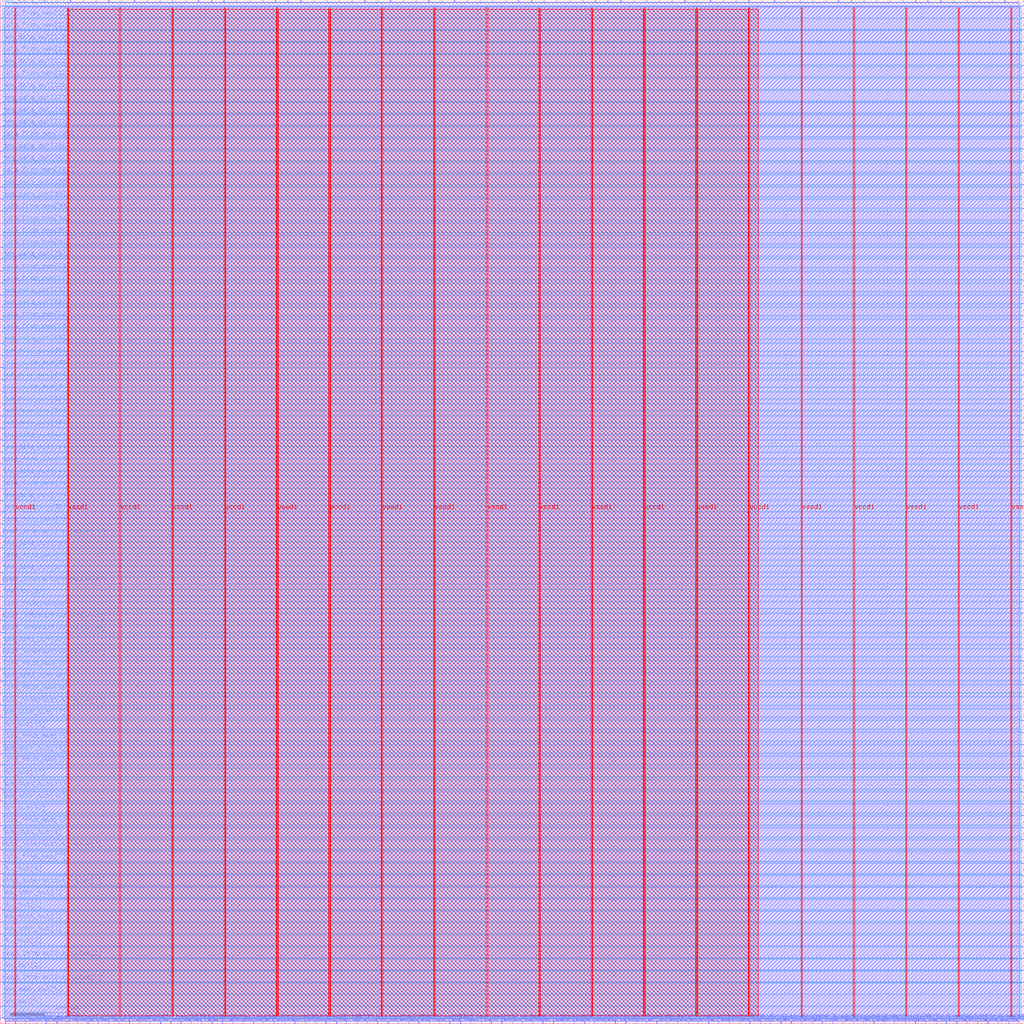
<source format=lef>
VERSION 5.7 ;
  NOWIREEXTENSIONATPIN ON ;
  DIVIDERCHAR "/" ;
  BUSBITCHARS "[]" ;
MACRO core
  CLASS BLOCK ;
  FOREIGN core ;
  ORIGIN 0.000 0.000 ;
  SIZE 1500.000 BY 1500.000 ;
  PIN clk
    DIRECTION INPUT ;
    USE SIGNAL ;
    PORT
      LAYER met2 ;
        RECT 9.290 1496.000 9.570 1500.000 ;
    END
  END clk
  PIN data_from_mem[0]
    DIRECTION INPUT ;
    USE SIGNAL ;
    PORT
      LAYER met2 ;
        RECT 22.170 0.000 22.450 4.000 ;
    END
  END data_from_mem[0]
  PIN data_from_mem[100]
    DIRECTION INPUT ;
    USE SIGNAL ;
    PORT
      LAYER met2 ;
        RECT 1283.950 1496.000 1284.230 1500.000 ;
    END
  END data_from_mem[100]
  PIN data_from_mem[101]
    DIRECTION INPUT ;
    USE SIGNAL ;
    PORT
      LAYER met3 ;
        RECT 0.000 1243.080 4.000 1243.680 ;
    END
  END data_from_mem[101]
  PIN data_from_mem[102]
    DIRECTION INPUT ;
    USE SIGNAL ;
    PORT
      LAYER met2 ;
        RECT 1310.170 0.000 1310.450 4.000 ;
    END
  END data_from_mem[102]
  PIN data_from_mem[103]
    DIRECTION INPUT ;
    USE SIGNAL ;
    PORT
      LAYER met2 ;
        RECT 1325.350 0.000 1325.630 4.000 ;
    END
  END data_from_mem[103]
  PIN data_from_mem[104]
    DIRECTION INPUT ;
    USE SIGNAL ;
    PORT
      LAYER met3 ;
        RECT 1496.000 1263.480 1500.000 1264.080 ;
    END
  END data_from_mem[104]
  PIN data_from_mem[105]
    DIRECTION INPUT ;
    USE SIGNAL ;
    PORT
      LAYER met3 ;
        RECT 1496.000 1281.160 1500.000 1281.760 ;
    END
  END data_from_mem[105]
  PIN data_from_mem[106]
    DIRECTION INPUT ;
    USE SIGNAL ;
    PORT
      LAYER met2 ;
        RECT 1340.530 1496.000 1340.810 1500.000 ;
    END
  END data_from_mem[106]
  PIN data_from_mem[107]
    DIRECTION INPUT ;
    USE SIGNAL ;
    PORT
      LAYER met2 ;
        RECT 1340.530 0.000 1340.810 4.000 ;
    END
  END data_from_mem[107]
  PIN data_from_mem[108]
    DIRECTION INPUT ;
    USE SIGNAL ;
    PORT
      LAYER met2 ;
        RECT 1355.710 0.000 1355.990 4.000 ;
    END
  END data_from_mem[108]
  PIN data_from_mem[109]
    DIRECTION INPUT ;
    USE SIGNAL ;
    PORT
      LAYER met3 ;
        RECT 0.000 1296.120 4.000 1296.720 ;
    END
  END data_from_mem[109]
  PIN data_from_mem[10]
    DIRECTION INPUT ;
    USE SIGNAL ;
    PORT
      LAYER met3 ;
        RECT 0.000 290.400 4.000 291.000 ;
    END
  END data_from_mem[10]
  PIN data_from_mem[110]
    DIRECTION INPUT ;
    USE SIGNAL ;
    PORT
      LAYER met3 ;
        RECT 1496.000 1315.840 1500.000 1316.440 ;
    END
  END data_from_mem[110]
  PIN data_from_mem[111]
    DIRECTION INPUT ;
    USE SIGNAL ;
    PORT
      LAYER met2 ;
        RECT 1386.070 0.000 1386.350 4.000 ;
    END
  END data_from_mem[111]
  PIN data_from_mem[112]
    DIRECTION INPUT ;
    USE SIGNAL ;
    PORT
      LAYER met3 ;
        RECT 1496.000 1368.200 1500.000 1368.800 ;
    END
  END data_from_mem[112]
  PIN data_from_mem[113]
    DIRECTION INPUT ;
    USE SIGNAL ;
    PORT
      LAYER met2 ;
        RECT 1396.650 1496.000 1396.930 1500.000 ;
    END
  END data_from_mem[113]
  PIN data_from_mem[114]
    DIRECTION INPUT ;
    USE SIGNAL ;
    PORT
      LAYER met2 ;
        RECT 1433.910 1496.000 1434.190 1500.000 ;
    END
  END data_from_mem[114]
  PIN data_from_mem[115]
    DIRECTION INPUT ;
    USE SIGNAL ;
    PORT
      LAYER met2 ;
        RECT 1452.770 1496.000 1453.050 1500.000 ;
    END
  END data_from_mem[115]
  PIN data_from_mem[116]
    DIRECTION INPUT ;
    USE SIGNAL ;
    PORT
      LAYER met2 ;
        RECT 1490.490 1496.000 1490.770 1500.000 ;
    END
  END data_from_mem[116]
  PIN data_from_mem[117]
    DIRECTION INPUT ;
    USE SIGNAL ;
    PORT
      LAYER met3 ;
        RECT 1496.000 1385.880 1500.000 1386.480 ;
    END
  END data_from_mem[117]
  PIN data_from_mem[118]
    DIRECTION INPUT ;
    USE SIGNAL ;
    PORT
      LAYER met3 ;
        RECT 1496.000 1403.560 1500.000 1404.160 ;
    END
  END data_from_mem[118]
  PIN data_from_mem[119]
    DIRECTION INPUT ;
    USE SIGNAL ;
    PORT
      LAYER met2 ;
        RECT 1416.430 0.000 1416.710 4.000 ;
    END
  END data_from_mem[119]
  PIN data_from_mem[11]
    DIRECTION INPUT ;
    USE SIGNAL ;
    PORT
      LAYER met3 ;
        RECT 1496.000 199.960 1500.000 200.560 ;
    END
  END data_from_mem[11]
  PIN data_from_mem[120]
    DIRECTION INPUT ;
    USE SIGNAL ;
    PORT
      LAYER met2 ;
        RECT 1431.610 0.000 1431.890 4.000 ;
    END
  END data_from_mem[120]
  PIN data_from_mem[121]
    DIRECTION INPUT ;
    USE SIGNAL ;
    PORT
      LAYER met3 ;
        RECT 0.000 1384.520 4.000 1385.120 ;
    END
  END data_from_mem[121]
  PIN data_from_mem[122]
    DIRECTION INPUT ;
    USE SIGNAL ;
    PORT
      LAYER met3 ;
        RECT 0.000 1419.880 4.000 1420.480 ;
    END
  END data_from_mem[122]
  PIN data_from_mem[123]
    DIRECTION INPUT ;
    USE SIGNAL ;
    PORT
      LAYER met3 ;
        RECT 1496.000 1438.240 1500.000 1438.840 ;
    END
  END data_from_mem[123]
  PIN data_from_mem[124]
    DIRECTION INPUT ;
    USE SIGNAL ;
    PORT
      LAYER met2 ;
        RECT 1492.330 0.000 1492.610 4.000 ;
    END
  END data_from_mem[124]
  PIN data_from_mem[125]
    DIRECTION INPUT ;
    USE SIGNAL ;
    PORT
      LAYER met3 ;
        RECT 1496.000 1472.920 1500.000 1473.520 ;
    END
  END data_from_mem[125]
  PIN data_from_mem[126]
    DIRECTION INPUT ;
    USE SIGNAL ;
    PORT
      LAYER met3 ;
        RECT 0.000 1455.240 4.000 1455.840 ;
    END
  END data_from_mem[126]
  PIN data_from_mem[127]
    DIRECTION INPUT ;
    USE SIGNAL ;
    PORT
      LAYER met3 ;
        RECT 0.000 1472.920 4.000 1473.520 ;
    END
  END data_from_mem[127]
  PIN data_from_mem[12]
    DIRECTION INPUT ;
    USE SIGNAL ;
    PORT
      LAYER met2 ;
        RECT 346.470 1496.000 346.750 1500.000 ;
    END
  END data_from_mem[12]
  PIN data_from_mem[13]
    DIRECTION INPUT ;
    USE SIGNAL ;
    PORT
      LAYER met3 ;
        RECT 0.000 378.800 4.000 379.400 ;
    END
  END data_from_mem[13]
  PIN data_from_mem[14]
    DIRECTION INPUT ;
    USE SIGNAL ;
    PORT
      LAYER met2 ;
        RECT 310.130 0.000 310.410 4.000 ;
    END
  END data_from_mem[14]
  PIN data_from_mem[15]
    DIRECTION INPUT ;
    USE SIGNAL ;
    PORT
      LAYER met3 ;
        RECT 0.000 413.480 4.000 414.080 ;
    END
  END data_from_mem[15]
  PIN data_from_mem[16]
    DIRECTION INPUT ;
    USE SIGNAL ;
    PORT
      LAYER met2 ;
        RECT 421.450 1496.000 421.730 1500.000 ;
    END
  END data_from_mem[16]
  PIN data_from_mem[17]
    DIRECTION INPUT ;
    USE SIGNAL ;
    PORT
      LAYER met2 ;
        RECT 446.750 0.000 447.030 4.000 ;
    END
  END data_from_mem[17]
  PIN data_from_mem[18]
    DIRECTION INPUT ;
    USE SIGNAL ;
    PORT
      LAYER met3 ;
        RECT 0.000 484.200 4.000 484.800 ;
    END
  END data_from_mem[18]
  PIN data_from_mem[19]
    DIRECTION INPUT ;
    USE SIGNAL ;
    PORT
      LAYER met3 ;
        RECT 0.000 519.560 4.000 520.160 ;
    END
  END data_from_mem[19]
  PIN data_from_mem[1]
    DIRECTION INPUT ;
    USE SIGNAL ;
    PORT
      LAYER met2 ;
        RECT 140.390 1496.000 140.670 1500.000 ;
    END
  END data_from_mem[1]
  PIN data_from_mem[20]
    DIRECTION INPUT ;
    USE SIGNAL ;
    PORT
      LAYER met2 ;
        RECT 515.290 1496.000 515.570 1500.000 ;
    END
  END data_from_mem[20]
  PIN data_from_mem[21]
    DIRECTION INPUT ;
    USE SIGNAL ;
    PORT
      LAYER met3 ;
        RECT 1496.000 391.720 1500.000 392.320 ;
    END
  END data_from_mem[21]
  PIN data_from_mem[22]
    DIRECTION INPUT ;
    USE SIGNAL ;
    PORT
      LAYER met2 ;
        RECT 590.270 1496.000 590.550 1500.000 ;
    END
  END data_from_mem[22]
  PIN data_from_mem[23]
    DIRECTION INPUT ;
    USE SIGNAL ;
    PORT
      LAYER met2 ;
        RECT 507.470 0.000 507.750 4.000 ;
    END
  END data_from_mem[23]
  PIN data_from_mem[24]
    DIRECTION INPUT ;
    USE SIGNAL ;
    PORT
      LAYER met3 ;
        RECT 1496.000 444.080 1500.000 444.680 ;
    END
  END data_from_mem[24]
  PIN data_from_mem[25]
    DIRECTION INPUT ;
    USE SIGNAL ;
    PORT
      LAYER met2 ;
        RECT 522.190 0.000 522.470 4.000 ;
    END
  END data_from_mem[25]
  PIN data_from_mem[26]
    DIRECTION INPUT ;
    USE SIGNAL ;
    PORT
      LAYER met3 ;
        RECT 0.000 607.960 4.000 608.560 ;
    END
  END data_from_mem[26]
  PIN data_from_mem[27]
    DIRECTION INPUT ;
    USE SIGNAL ;
    PORT
      LAYER met2 ;
        RECT 582.910 0.000 583.190 4.000 ;
    END
  END data_from_mem[27]
  PIN data_from_mem[28]
    DIRECTION INPUT ;
    USE SIGNAL ;
    PORT
      LAYER met2 ;
        RECT 613.270 0.000 613.550 4.000 ;
    END
  END data_from_mem[28]
  PIN data_from_mem[29]
    DIRECTION INPUT ;
    USE SIGNAL ;
    PORT
      LAYER met2 ;
        RECT 665.250 1496.000 665.530 1500.000 ;
    END
  END data_from_mem[29]
  PIN data_from_mem[2]
    DIRECTION INPUT ;
    USE SIGNAL ;
    PORT
      LAYER met2 ;
        RECT 159.250 1496.000 159.530 1500.000 ;
    END
  END data_from_mem[2]
  PIN data_from_mem[30]
    DIRECTION INPUT ;
    USE SIGNAL ;
    PORT
      LAYER met3 ;
        RECT 0.000 678.680 4.000 679.280 ;
    END
  END data_from_mem[30]
  PIN data_from_mem[31]
    DIRECTION INPUT ;
    USE SIGNAL ;
    PORT
      LAYER met2 ;
        RECT 658.810 0.000 659.090 4.000 ;
    END
  END data_from_mem[31]
  PIN data_from_mem[32]
    DIRECTION INPUT ;
    USE SIGNAL ;
    PORT
      LAYER met3 ;
        RECT 0.000 731.720 4.000 732.320 ;
    END
  END data_from_mem[32]
  PIN data_from_mem[33]
    DIRECTION INPUT ;
    USE SIGNAL ;
    PORT
      LAYER met2 ;
        RECT 702.970 1496.000 703.250 1500.000 ;
    END
  END data_from_mem[33]
  PIN data_from_mem[34]
    DIRECTION INPUT ;
    USE SIGNAL ;
    PORT
      LAYER met3 ;
        RECT 0.000 784.080 4.000 784.680 ;
    END
  END data_from_mem[34]
  PIN data_from_mem[35]
    DIRECTION INPUT ;
    USE SIGNAL ;
    PORT
      LAYER met3 ;
        RECT 1496.000 601.160 1500.000 601.760 ;
    END
  END data_from_mem[35]
  PIN data_from_mem[36]
    DIRECTION INPUT ;
    USE SIGNAL ;
    PORT
      LAYER met3 ;
        RECT 1496.000 618.160 1500.000 618.760 ;
    END
  END data_from_mem[36]
  PIN data_from_mem[37]
    DIRECTION INPUT ;
    USE SIGNAL ;
    PORT
      LAYER met3 ;
        RECT 0.000 819.440 4.000 820.040 ;
    END
  END data_from_mem[37]
  PIN data_from_mem[38]
    DIRECTION INPUT ;
    USE SIGNAL ;
    PORT
      LAYER met2 ;
        RECT 759.090 1496.000 759.370 1500.000 ;
    END
  END data_from_mem[38]
  PIN data_from_mem[39]
    DIRECTION INPUT ;
    USE SIGNAL ;
    PORT
      LAYER met2 ;
        RECT 719.530 0.000 719.810 4.000 ;
    END
  END data_from_mem[39]
  PIN data_from_mem[3]
    DIRECTION INPUT ;
    USE SIGNAL ;
    PORT
      LAYER met2 ;
        RECT 52.530 0.000 52.810 4.000 ;
    END
  END data_from_mem[3]
  PIN data_from_mem[40]
    DIRECTION INPUT ;
    USE SIGNAL ;
    PORT
      LAYER met2 ;
        RECT 734.710 0.000 734.990 4.000 ;
    END
  END data_from_mem[40]
  PIN data_from_mem[41]
    DIRECTION INPUT ;
    USE SIGNAL ;
    PORT
      LAYER met2 ;
        RECT 764.610 0.000 764.890 4.000 ;
    END
  END data_from_mem[41]
  PIN data_from_mem[42]
    DIRECTION INPUT ;
    USE SIGNAL ;
    PORT
      LAYER met3 ;
        RECT 1496.000 670.520 1500.000 671.120 ;
    END
  END data_from_mem[42]
  PIN data_from_mem[43]
    DIRECTION INPUT ;
    USE SIGNAL ;
    PORT
      LAYER met2 ;
        RECT 777.950 1496.000 778.230 1500.000 ;
    END
  END data_from_mem[43]
  PIN data_from_mem[44]
    DIRECTION INPUT ;
    USE SIGNAL ;
    PORT
      LAYER met2 ;
        RECT 794.970 0.000 795.250 4.000 ;
    END
  END data_from_mem[44]
  PIN data_from_mem[45]
    DIRECTION INPUT ;
    USE SIGNAL ;
    PORT
      LAYER met3 ;
        RECT 1496.000 688.200 1500.000 688.800 ;
    END
  END data_from_mem[45]
  PIN data_from_mem[46]
    DIRECTION INPUT ;
    USE SIGNAL ;
    PORT
      LAYER met3 ;
        RECT 1496.000 705.880 1500.000 706.480 ;
    END
  END data_from_mem[46]
  PIN data_from_mem[47]
    DIRECTION INPUT ;
    USE SIGNAL ;
    PORT
      LAYER met2 ;
        RECT 855.690 0.000 855.970 4.000 ;
    END
  END data_from_mem[47]
  PIN data_from_mem[48]
    DIRECTION INPUT ;
    USE SIGNAL ;
    PORT
      LAYER met2 ;
        RECT 870.870 0.000 871.150 4.000 ;
    END
  END data_from_mem[48]
  PIN data_from_mem[49]
    DIRECTION INPUT ;
    USE SIGNAL ;
    PORT
      LAYER met2 ;
        RECT 815.210 1496.000 815.490 1500.000 ;
    END
  END data_from_mem[49]
  PIN data_from_mem[4]
    DIRECTION INPUT ;
    USE SIGNAL ;
    PORT
      LAYER met3 ;
        RECT 1496.000 77.560 1500.000 78.160 ;
    END
  END data_from_mem[4]
  PIN data_from_mem[50]
    DIRECTION INPUT ;
    USE SIGNAL ;
    PORT
      LAYER met2 ;
        RECT 886.050 0.000 886.330 4.000 ;
    END
  END data_from_mem[50]
  PIN data_from_mem[51]
    DIRECTION INPUT ;
    USE SIGNAL ;
    PORT
      LAYER met2 ;
        RECT 834.070 1496.000 834.350 1500.000 ;
    END
  END data_from_mem[51]
  PIN data_from_mem[52]
    DIRECTION INPUT ;
    USE SIGNAL ;
    PORT
      LAYER met2 ;
        RECT 916.410 0.000 916.690 4.000 ;
    END
  END data_from_mem[52]
  PIN data_from_mem[53]
    DIRECTION INPUT ;
    USE SIGNAL ;
    PORT
      LAYER met2 ;
        RECT 852.930 1496.000 853.210 1500.000 ;
    END
  END data_from_mem[53]
  PIN data_from_mem[54]
    DIRECTION INPUT ;
    USE SIGNAL ;
    PORT
      LAYER met2 ;
        RECT 871.790 1496.000 872.070 1500.000 ;
    END
  END data_from_mem[54]
  PIN data_from_mem[55]
    DIRECTION INPUT ;
    USE SIGNAL ;
    PORT
      LAYER met2 ;
        RECT 946.770 0.000 947.050 4.000 ;
    END
  END data_from_mem[55]
  PIN data_from_mem[56]
    DIRECTION INPUT ;
    USE SIGNAL ;
    PORT
      LAYER met2 ;
        RECT 961.950 0.000 962.230 4.000 ;
    END
  END data_from_mem[56]
  PIN data_from_mem[57]
    DIRECTION INPUT ;
    USE SIGNAL ;
    PORT
      LAYER met3 ;
        RECT 1496.000 758.240 1500.000 758.840 ;
    END
  END data_from_mem[57]
  PIN data_from_mem[58]
    DIRECTION INPUT ;
    USE SIGNAL ;
    PORT
      LAYER met2 ;
        RECT 1007.490 0.000 1007.770 4.000 ;
    END
  END data_from_mem[58]
  PIN data_from_mem[59]
    DIRECTION INPUT ;
    USE SIGNAL ;
    PORT
      LAYER met3 ;
        RECT 1496.000 792.920 1500.000 793.520 ;
    END
  END data_from_mem[59]
  PIN data_from_mem[5]
    DIRECTION INPUT ;
    USE SIGNAL ;
    PORT
      LAYER met2 ;
        RECT 98.070 0.000 98.350 4.000 ;
    END
  END data_from_mem[5]
  PIN data_from_mem[60]
    DIRECTION INPUT ;
    USE SIGNAL ;
    PORT
      LAYER met3 ;
        RECT 0.000 925.520 4.000 926.120 ;
    END
  END data_from_mem[60]
  PIN data_from_mem[61]
    DIRECTION INPUT ;
    USE SIGNAL ;
    PORT
      LAYER met2 ;
        RECT 909.050 1496.000 909.330 1500.000 ;
    END
  END data_from_mem[61]
  PIN data_from_mem[62]
    DIRECTION INPUT ;
    USE SIGNAL ;
    PORT
      LAYER met2 ;
        RECT 946.770 1496.000 947.050 1500.000 ;
    END
  END data_from_mem[62]
  PIN data_from_mem[63]
    DIRECTION INPUT ;
    USE SIGNAL ;
    PORT
      LAYER met2 ;
        RECT 1052.570 0.000 1052.850 4.000 ;
    END
  END data_from_mem[63]
  PIN data_from_mem[64]
    DIRECTION INPUT ;
    USE SIGNAL ;
    PORT
      LAYER met2 ;
        RECT 1067.750 0.000 1068.030 4.000 ;
    END
  END data_from_mem[64]
  PIN data_from_mem[65]
    DIRECTION INPUT ;
    USE SIGNAL ;
    PORT
      LAYER met3 ;
        RECT 0.000 960.880 4.000 961.480 ;
    END
  END data_from_mem[65]
  PIN data_from_mem[66]
    DIRECTION INPUT ;
    USE SIGNAL ;
    PORT
      LAYER met2 ;
        RECT 1082.930 0.000 1083.210 4.000 ;
    END
  END data_from_mem[66]
  PIN data_from_mem[67]
    DIRECTION INPUT ;
    USE SIGNAL ;
    PORT
      LAYER met3 ;
        RECT 1496.000 845.280 1500.000 845.880 ;
    END
  END data_from_mem[67]
  PIN data_from_mem[68]
    DIRECTION INPUT ;
    USE SIGNAL ;
    PORT
      LAYER met2 ;
        RECT 1098.110 0.000 1098.390 4.000 ;
    END
  END data_from_mem[68]
  PIN data_from_mem[69]
    DIRECTION INPUT ;
    USE SIGNAL ;
    PORT
      LAYER met2 ;
        RECT 1113.290 0.000 1113.570 4.000 ;
    END
  END data_from_mem[69]
  PIN data_from_mem[6]
    DIRECTION INPUT ;
    USE SIGNAL ;
    PORT
      LAYER met2 ;
        RECT 215.370 1496.000 215.650 1500.000 ;
    END
  END data_from_mem[6]
  PIN data_from_mem[70]
    DIRECTION INPUT ;
    USE SIGNAL ;
    PORT
      LAYER met3 ;
        RECT 0.000 1013.920 4.000 1014.520 ;
    END
  END data_from_mem[70]
  PIN data_from_mem[71]
    DIRECTION INPUT ;
    USE SIGNAL ;
    PORT
      LAYER met2 ;
        RECT 1002.890 1496.000 1003.170 1500.000 ;
    END
  END data_from_mem[71]
  PIN data_from_mem[72]
    DIRECTION INPUT ;
    USE SIGNAL ;
    PORT
      LAYER met3 ;
        RECT 0.000 1031.600 4.000 1032.200 ;
    END
  END data_from_mem[72]
  PIN data_from_mem[73]
    DIRECTION INPUT ;
    USE SIGNAL ;
    PORT
      LAYER met2 ;
        RECT 1143.650 0.000 1143.930 4.000 ;
    END
  END data_from_mem[73]
  PIN data_from_mem[74]
    DIRECTION INPUT ;
    USE SIGNAL ;
    PORT
      LAYER met2 ;
        RECT 1040.150 1496.000 1040.430 1500.000 ;
    END
  END data_from_mem[74]
  PIN data_from_mem[75]
    DIRECTION INPUT ;
    USE SIGNAL ;
    PORT
      LAYER met2 ;
        RECT 1158.830 0.000 1159.110 4.000 ;
    END
  END data_from_mem[75]
  PIN data_from_mem[76]
    DIRECTION INPUT ;
    USE SIGNAL ;
    PORT
      LAYER met2 ;
        RECT 1059.010 1496.000 1059.290 1500.000 ;
    END
  END data_from_mem[76]
  PIN data_from_mem[77]
    DIRECTION INPUT ;
    USE SIGNAL ;
    PORT
      LAYER met3 ;
        RECT 0.000 1084.640 4.000 1085.240 ;
    END
  END data_from_mem[77]
  PIN data_from_mem[78]
    DIRECTION INPUT ;
    USE SIGNAL ;
    PORT
      LAYER met3 ;
        RECT 1496.000 914.640 1500.000 915.240 ;
    END
  END data_from_mem[78]
  PIN data_from_mem[79]
    DIRECTION INPUT ;
    USE SIGNAL ;
    PORT
      LAYER met3 ;
        RECT 0.000 1102.320 4.000 1102.920 ;
    END
  END data_from_mem[79]
  PIN data_from_mem[7]
    DIRECTION INPUT ;
    USE SIGNAL ;
    PORT
      LAYER met3 ;
        RECT 0.000 237.360 4.000 237.960 ;
    END
  END data_from_mem[7]
  PIN data_from_mem[80]
    DIRECTION INPUT ;
    USE SIGNAL ;
    PORT
      LAYER met2 ;
        RECT 1189.190 0.000 1189.470 4.000 ;
    END
  END data_from_mem[80]
  PIN data_from_mem[81]
    DIRECTION INPUT ;
    USE SIGNAL ;
    PORT
      LAYER met3 ;
        RECT 0.000 1137.000 4.000 1137.600 ;
    END
  END data_from_mem[81]
  PIN data_from_mem[82]
    DIRECTION INPUT ;
    USE SIGNAL ;
    PORT
      LAYER met2 ;
        RECT 1115.130 1496.000 1115.410 1500.000 ;
    END
  END data_from_mem[82]
  PIN data_from_mem[83]
    DIRECTION INPUT ;
    USE SIGNAL ;
    PORT
      LAYER met3 ;
        RECT 1496.000 984.680 1500.000 985.280 ;
    END
  END data_from_mem[83]
  PIN data_from_mem[84]
    DIRECTION INPUT ;
    USE SIGNAL ;
    PORT
      LAYER met2 ;
        RECT 1133.990 1496.000 1134.270 1500.000 ;
    END
  END data_from_mem[84]
  PIN data_from_mem[85]
    DIRECTION INPUT ;
    USE SIGNAL ;
    PORT
      LAYER met3 ;
        RECT 0.000 1154.680 4.000 1155.280 ;
    END
  END data_from_mem[85]
  PIN data_from_mem[86]
    DIRECTION INPUT ;
    USE SIGNAL ;
    PORT
      LAYER met3 ;
        RECT 1496.000 1002.360 1500.000 1002.960 ;
    END
  END data_from_mem[86]
  PIN data_from_mem[87]
    DIRECTION INPUT ;
    USE SIGNAL ;
    PORT
      LAYER met2 ;
        RECT 1152.850 1496.000 1153.130 1500.000 ;
    END
  END data_from_mem[87]
  PIN data_from_mem[88]
    DIRECTION INPUT ;
    USE SIGNAL ;
    PORT
      LAYER met3 ;
        RECT 1496.000 1037.040 1500.000 1037.640 ;
    END
  END data_from_mem[88]
  PIN data_from_mem[89]
    DIRECTION INPUT ;
    USE SIGNAL ;
    PORT
      LAYER met2 ;
        RECT 1171.710 1496.000 1171.990 1500.000 ;
    END
  END data_from_mem[89]
  PIN data_from_mem[8]
    DIRECTION INPUT ;
    USE SIGNAL ;
    PORT
      LAYER met2 ;
        RECT 234.690 0.000 234.970 4.000 ;
    END
  END data_from_mem[8]
  PIN data_from_mem[90]
    DIRECTION INPUT ;
    USE SIGNAL ;
    PORT
      LAYER met3 ;
        RECT 1496.000 1089.400 1500.000 1090.000 ;
    END
  END data_from_mem[90]
  PIN data_from_mem[91]
    DIRECTION INPUT ;
    USE SIGNAL ;
    PORT
      LAYER met3 ;
        RECT 1496.000 1124.080 1500.000 1124.680 ;
    END
  END data_from_mem[91]
  PIN data_from_mem[92]
    DIRECTION INPUT ;
    USE SIGNAL ;
    PORT
      LAYER met2 ;
        RECT 1264.630 0.000 1264.910 4.000 ;
    END
  END data_from_mem[92]
  PIN data_from_mem[93]
    DIRECTION INPUT ;
    USE SIGNAL ;
    PORT
      LAYER met2 ;
        RECT 1208.970 1496.000 1209.250 1500.000 ;
    END
  END data_from_mem[93]
  PIN data_from_mem[94]
    DIRECTION INPUT ;
    USE SIGNAL ;
    PORT
      LAYER met3 ;
        RECT 0.000 1172.360 4.000 1172.960 ;
    END
  END data_from_mem[94]
  PIN data_from_mem[95]
    DIRECTION INPUT ;
    USE SIGNAL ;
    PORT
      LAYER met3 ;
        RECT 1496.000 1176.440 1500.000 1177.040 ;
    END
  END data_from_mem[95]
  PIN data_from_mem[96]
    DIRECTION INPUT ;
    USE SIGNAL ;
    PORT
      LAYER met3 ;
        RECT 1496.000 1194.120 1500.000 1194.720 ;
    END
  END data_from_mem[96]
  PIN data_from_mem[97]
    DIRECTION INPUT ;
    USE SIGNAL ;
    PORT
      LAYER met2 ;
        RECT 1246.690 1496.000 1246.970 1500.000 ;
    END
  END data_from_mem[97]
  PIN data_from_mem[98]
    DIRECTION INPUT ;
    USE SIGNAL ;
    PORT
      LAYER met3 ;
        RECT 0.000 1190.040 4.000 1190.640 ;
    END
  END data_from_mem[98]
  PIN data_from_mem[99]
    DIRECTION INPUT ;
    USE SIGNAL ;
    PORT
      LAYER met3 ;
        RECT 1496.000 1228.800 1500.000 1229.400 ;
    END
  END data_from_mem[99]
  PIN data_from_mem[9]
    DIRECTION INPUT ;
    USE SIGNAL ;
    PORT
      LAYER met2 ;
        RECT 271.490 1496.000 271.770 1500.000 ;
    END
  END data_from_mem[9]
  PIN hex_out[0]
    DIRECTION OUTPUT TRISTATE ;
    USE SIGNAL ;
    PORT
      LAYER met3 ;
        RECT 0.000 25.200 4.000 25.800 ;
    END
  END hex_out[0]
  PIN hex_out[10]
    DIRECTION OUTPUT TRISTATE ;
    USE SIGNAL ;
    PORT
      LAYER met3 ;
        RECT 0.000 308.080 4.000 308.680 ;
    END
  END hex_out[10]
  PIN hex_out[11]
    DIRECTION OUTPUT TRISTATE ;
    USE SIGNAL ;
    PORT
      LAYER met3 ;
        RECT 1496.000 216.960 1500.000 217.560 ;
    END
  END hex_out[11]
  PIN hex_out[12]
    DIRECTION OUTPUT TRISTATE ;
    USE SIGNAL ;
    PORT
      LAYER met3 ;
        RECT 0.000 361.120 4.000 361.720 ;
    END
  END hex_out[12]
  PIN hex_out[13]
    DIRECTION OUTPUT TRISTATE ;
    USE SIGNAL ;
    PORT
      LAYER met2 ;
        RECT 294.950 0.000 295.230 4.000 ;
    END
  END hex_out[13]
  PIN hex_out[14]
    DIRECTION OUTPUT TRISTATE ;
    USE SIGNAL ;
    PORT
      LAYER met2 ;
        RECT 403.050 1496.000 403.330 1500.000 ;
    END
  END hex_out[14]
  PIN hex_out[15]
    DIRECTION OUTPUT TRISTATE ;
    USE SIGNAL ;
    PORT
      LAYER met3 ;
        RECT 0.000 431.160 4.000 431.760 ;
    END
  END hex_out[15]
  PIN hex_out[16]
    DIRECTION OUTPUT TRISTATE ;
    USE SIGNAL ;
    PORT
      LAYER met2 ;
        RECT 440.310 1496.000 440.590 1500.000 ;
    END
  END hex_out[16]
  PIN hex_out[17]
    DIRECTION OUTPUT TRISTATE ;
    USE SIGNAL ;
    PORT
      LAYER met2 ;
        RECT 461.930 0.000 462.210 4.000 ;
    END
  END hex_out[17]
  PIN hex_out[18]
    DIRECTION OUTPUT TRISTATE ;
    USE SIGNAL ;
    PORT
      LAYER met2 ;
        RECT 477.110 0.000 477.390 4.000 ;
    END
  END hex_out[18]
  PIN hex_out[19]
    DIRECTION OUTPUT TRISTATE ;
    USE SIGNAL ;
    PORT
      LAYER met3 ;
        RECT 1496.000 321.680 1500.000 322.280 ;
    END
  END hex_out[19]
  PIN hex_out[1]
    DIRECTION OUTPUT TRISTATE ;
    USE SIGNAL ;
    PORT
      LAYER met3 ;
        RECT 0.000 78.240 4.000 78.840 ;
    END
  END hex_out[1]
  PIN hex_out[20]
    DIRECTION OUTPUT TRISTATE ;
    USE SIGNAL ;
    PORT
      LAYER met2 ;
        RECT 534.150 1496.000 534.430 1500.000 ;
    END
  END hex_out[20]
  PIN hex_out[21]
    DIRECTION OUTPUT TRISTATE ;
    USE SIGNAL ;
    PORT
      LAYER met2 ;
        RECT 553.010 1496.000 553.290 1500.000 ;
    END
  END hex_out[21]
  PIN hex_out[22]
    DIRECTION OUTPUT TRISTATE ;
    USE SIGNAL ;
    PORT
      LAYER met2 ;
        RECT 609.130 1496.000 609.410 1500.000 ;
    END
  END hex_out[22]
  PIN hex_out[23]
    DIRECTION OUTPUT TRISTATE ;
    USE SIGNAL ;
    PORT
      LAYER met2 ;
        RECT 627.990 1496.000 628.270 1500.000 ;
    END
  END hex_out[23]
  PIN hex_out[24]
    DIRECTION OUTPUT TRISTATE ;
    USE SIGNAL ;
    PORT
      LAYER met3 ;
        RECT 1496.000 461.080 1500.000 461.680 ;
    END
  END hex_out[24]
  PIN hex_out[25]
    DIRECTION OUTPUT TRISTATE ;
    USE SIGNAL ;
    PORT
      LAYER met3 ;
        RECT 1496.000 496.440 1500.000 497.040 ;
    END
  END hex_out[25]
  PIN hex_out[26]
    DIRECTION OUTPUT TRISTATE ;
    USE SIGNAL ;
    PORT
      LAYER met3 ;
        RECT 0.000 625.640 4.000 626.240 ;
    END
  END hex_out[26]
  PIN hex_out[27]
    DIRECTION OUTPUT TRISTATE ;
    USE SIGNAL ;
    PORT
      LAYER met3 ;
        RECT 1496.000 513.440 1500.000 514.040 ;
    END
  END hex_out[27]
  PIN hex_out[28]
    DIRECTION OUTPUT TRISTATE ;
    USE SIGNAL ;
    PORT
      LAYER met2 ;
        RECT 628.450 0.000 628.730 4.000 ;
    END
  END hex_out[28]
  PIN hex_out[29]
    DIRECTION OUTPUT TRISTATE ;
    USE SIGNAL ;
    PORT
      LAYER met2 ;
        RECT 684.110 1496.000 684.390 1500.000 ;
    END
  END hex_out[29]
  PIN hex_out[2]
    DIRECTION OUTPUT TRISTATE ;
    USE SIGNAL ;
    PORT
      LAYER met3 ;
        RECT 0.000 113.600 4.000 114.200 ;
    END
  END hex_out[2]
  PIN hex_out[30]
    DIRECTION OUTPUT TRISTATE ;
    USE SIGNAL ;
    PORT
      LAYER met3 ;
        RECT 1496.000 565.800 1500.000 566.400 ;
    END
  END hex_out[30]
  PIN hex_out[31]
    DIRECTION OUTPUT TRISTATE ;
    USE SIGNAL ;
    PORT
      LAYER met2 ;
        RECT 673.990 0.000 674.270 4.000 ;
    END
  END hex_out[31]
  PIN hex_out[3]
    DIRECTION OUTPUT TRISTATE ;
    USE SIGNAL ;
    PORT
      LAYER met3 ;
        RECT 0.000 166.640 4.000 167.240 ;
    END
  END hex_out[3]
  PIN hex_out[4]
    DIRECTION OUTPUT TRISTATE ;
    USE SIGNAL ;
    PORT
      LAYER met3 ;
        RECT 0.000 219.680 4.000 220.280 ;
    END
  END hex_out[4]
  PIN hex_out[5]
    DIRECTION OUTPUT TRISTATE ;
    USE SIGNAL ;
    PORT
      LAYER met2 ;
        RECT 113.250 0.000 113.530 4.000 ;
    END
  END hex_out[5]
  PIN hex_out[6]
    DIRECTION OUTPUT TRISTATE ;
    USE SIGNAL ;
    PORT
      LAYER met3 ;
        RECT 1496.000 112.240 1500.000 112.840 ;
    END
  END hex_out[6]
  PIN hex_out[7]
    DIRECTION OUTPUT TRISTATE ;
    USE SIGNAL ;
    PORT
      LAYER met2 ;
        RECT 189.150 0.000 189.430 4.000 ;
    END
  END hex_out[7]
  PIN hex_out[8]
    DIRECTION OUTPUT TRISTATE ;
    USE SIGNAL ;
    PORT
      LAYER met2 ;
        RECT 252.630 1496.000 252.910 1500.000 ;
    END
  END hex_out[8]
  PIN hex_out[9]
    DIRECTION OUTPUT TRISTATE ;
    USE SIGNAL ;
    PORT
      LAYER met2 ;
        RECT 290.350 1496.000 290.630 1500.000 ;
    END
  END hex_out[9]
  PIN hex_req
    DIRECTION OUTPUT TRISTATE ;
    USE SIGNAL ;
    PORT
      LAYER met2 ;
        RECT 84.270 1496.000 84.550 1500.000 ;
    END
  END hex_req
  PIN is_mem_ready
    DIRECTION INPUT ;
    USE SIGNAL ;
    PORT
      LAYER met3 ;
        RECT 0.000 8.200 4.000 8.800 ;
    END
  END is_mem_ready
  PIN is_mem_req
    DIRECTION OUTPUT TRISTATE ;
    USE SIGNAL ;
    PORT
      LAYER met2 ;
        RECT 121.530 1496.000 121.810 1500.000 ;
    END
  END is_mem_req
  PIN is_mem_req_reset
    DIRECTION OUTPUT TRISTATE ;
    USE SIGNAL ;
    PORT
      LAYER met2 ;
        RECT 7.450 0.000 7.730 4.000 ;
    END
  END is_mem_req_reset
  PIN is_memory_we
    DIRECTION OUTPUT TRISTATE ;
    USE SIGNAL ;
    PORT
      LAYER met3 ;
        RECT 1496.000 8.200 1500.000 8.800 ;
    END
  END is_memory_we
  PIN is_print_done
    DIRECTION INPUT ;
    USE SIGNAL ;
    PORT
      LAYER met2 ;
        RECT 102.670 1496.000 102.950 1500.000 ;
    END
  END is_print_done
  PIN mem_addr_out[0]
    DIRECTION OUTPUT TRISTATE ;
    USE SIGNAL ;
    PORT
      LAYER met3 ;
        RECT 0.000 42.880 4.000 43.480 ;
    END
  END mem_addr_out[0]
  PIN mem_addr_out[10]
    DIRECTION OUTPUT TRISTATE ;
    USE SIGNAL ;
    PORT
      LAYER met3 ;
        RECT 0.000 325.760 4.000 326.360 ;
    END
  END mem_addr_out[10]
  PIN mem_addr_out[11]
    DIRECTION OUTPUT TRISTATE ;
    USE SIGNAL ;
    PORT
      LAYER met3 ;
        RECT 1496.000 234.640 1500.000 235.240 ;
    END
  END mem_addr_out[11]
  PIN mem_addr_out[12]
    DIRECTION OUTPUT TRISTATE ;
    USE SIGNAL ;
    PORT
      LAYER met2 ;
        RECT 264.590 0.000 264.870 4.000 ;
    END
  END mem_addr_out[12]
  PIN mem_addr_out[13]
    DIRECTION OUTPUT TRISTATE ;
    USE SIGNAL ;
    PORT
      LAYER met3 ;
        RECT 0.000 395.800 4.000 396.400 ;
    END
  END mem_addr_out[13]
  PIN mem_addr_out[14]
    DIRECTION OUTPUT TRISTATE ;
    USE SIGNAL ;
    PORT
      LAYER met2 ;
        RECT 325.310 0.000 325.590 4.000 ;
    END
  END mem_addr_out[14]
  PIN mem_addr_out[15]
    DIRECTION OUTPUT TRISTATE ;
    USE SIGNAL ;
    PORT
      LAYER met2 ;
        RECT 370.850 0.000 371.130 4.000 ;
    END
  END mem_addr_out[15]
  PIN mem_addr_out[16]
    DIRECTION OUTPUT TRISTATE ;
    USE SIGNAL ;
    PORT
      LAYER met2 ;
        RECT 416.390 0.000 416.670 4.000 ;
    END
  END mem_addr_out[16]
  PIN mem_addr_out[17]
    DIRECTION OUTPUT TRISTATE ;
    USE SIGNAL ;
    PORT
      LAYER met3 ;
        RECT 0.000 448.840 4.000 449.440 ;
    END
  END mem_addr_out[17]
  PIN mem_addr_out[18]
    DIRECTION OUTPUT TRISTATE ;
    USE SIGNAL ;
    PORT
      LAYER met3 ;
        RECT 1496.000 304.680 1500.000 305.280 ;
    END
  END mem_addr_out[18]
  PIN mem_addr_out[19]
    DIRECTION OUTPUT TRISTATE ;
    USE SIGNAL ;
    PORT
      LAYER met3 ;
        RECT 1496.000 339.360 1500.000 339.960 ;
    END
  END mem_addr_out[19]
  PIN mem_addr_out[1]
    DIRECTION OUTPUT TRISTATE ;
    USE SIGNAL ;
    PORT
      LAYER met3 ;
        RECT 1496.000 25.200 1500.000 25.800 ;
    END
  END mem_addr_out[1]
  PIN mem_addr_out[2]
    DIRECTION OUTPUT TRISTATE ;
    USE SIGNAL ;
    PORT
      LAYER met3 ;
        RECT 0.000 131.280 4.000 131.880 ;
    END
  END mem_addr_out[2]
  PIN mem_addr_out[3]
    DIRECTION OUTPUT TRISTATE ;
    USE SIGNAL ;
    PORT
      LAYER met3 ;
        RECT 0.000 184.320 4.000 184.920 ;
    END
  END mem_addr_out[3]
  PIN mem_addr_out[4]
    DIRECTION OUTPUT TRISTATE ;
    USE SIGNAL ;
    PORT
      LAYER met2 ;
        RECT 67.710 0.000 67.990 4.000 ;
    END
  END mem_addr_out[4]
  PIN mem_addr_out[5]
    DIRECTION OUTPUT TRISTATE ;
    USE SIGNAL ;
    PORT
      LAYER met2 ;
        RECT 128.430 0.000 128.710 4.000 ;
    END
  END mem_addr_out[5]
  PIN mem_addr_out[6]
    DIRECTION OUTPUT TRISTATE ;
    USE SIGNAL ;
    PORT
      LAYER met2 ;
        RECT 234.230 1496.000 234.510 1500.000 ;
    END
  END mem_addr_out[6]
  PIN mem_addr_out[7]
    DIRECTION OUTPUT TRISTATE ;
    USE SIGNAL ;
    PORT
      LAYER met2 ;
        RECT 204.330 0.000 204.610 4.000 ;
    END
  END mem_addr_out[7]
  PIN mem_addr_out[8]
    DIRECTION OUTPUT TRISTATE ;
    USE SIGNAL ;
    PORT
      LAYER met3 ;
        RECT 1496.000 129.920 1500.000 130.520 ;
    END
  END mem_addr_out[8]
  PIN mem_addr_out[9]
    DIRECTION OUTPUT TRISTATE ;
    USE SIGNAL ;
    PORT
      LAYER met3 ;
        RECT 1496.000 164.600 1500.000 165.200 ;
    END
  END mem_addr_out[9]
  PIN mem_data_out[0]
    DIRECTION OUTPUT TRISTATE ;
    USE SIGNAL ;
    PORT
      LAYER met2 ;
        RECT 37.350 0.000 37.630 4.000 ;
    END
  END mem_data_out[0]
  PIN mem_data_out[100]
    DIRECTION OUTPUT TRISTATE ;
    USE SIGNAL ;
    PORT
      LAYER met3 ;
        RECT 0.000 1225.400 4.000 1226.000 ;
    END
  END mem_data_out[100]
  PIN mem_data_out[101]
    DIRECTION OUTPUT TRISTATE ;
    USE SIGNAL ;
    PORT
      LAYER met3 ;
        RECT 0.000 1260.760 4.000 1261.360 ;
    END
  END mem_data_out[101]
  PIN mem_data_out[102]
    DIRECTION OUTPUT TRISTATE ;
    USE SIGNAL ;
    PORT
      LAYER met3 ;
        RECT 1496.000 1246.480 1500.000 1247.080 ;
    END
  END mem_data_out[102]
  PIN mem_data_out[103]
    DIRECTION OUTPUT TRISTATE ;
    USE SIGNAL ;
    PORT
      LAYER met2 ;
        RECT 1302.810 1496.000 1303.090 1500.000 ;
    END
  END mem_data_out[103]
  PIN mem_data_out[104]
    DIRECTION OUTPUT TRISTATE ;
    USE SIGNAL ;
    PORT
      LAYER met2 ;
        RECT 1321.670 1496.000 1321.950 1500.000 ;
    END
  END mem_data_out[104]
  PIN mem_data_out[105]
    DIRECTION OUTPUT TRISTATE ;
    USE SIGNAL ;
    PORT
      LAYER met3 ;
        RECT 1496.000 1298.840 1500.000 1299.440 ;
    END
  END mem_data_out[105]
  PIN mem_data_out[106]
    DIRECTION OUTPUT TRISTATE ;
    USE SIGNAL ;
    PORT
      LAYER met3 ;
        RECT 0.000 1278.440 4.000 1279.040 ;
    END
  END mem_data_out[106]
  PIN mem_data_out[107]
    DIRECTION OUTPUT TRISTATE ;
    USE SIGNAL ;
    PORT
      LAYER met2 ;
        RECT 1358.930 1496.000 1359.210 1500.000 ;
    END
  END mem_data_out[107]
  PIN mem_data_out[108]
    DIRECTION OUTPUT TRISTATE ;
    USE SIGNAL ;
    PORT
      LAYER met2 ;
        RECT 1377.790 1496.000 1378.070 1500.000 ;
    END
  END mem_data_out[108]
  PIN mem_data_out[109]
    DIRECTION OUTPUT TRISTATE ;
    USE SIGNAL ;
    PORT
      LAYER met2 ;
        RECT 1370.890 0.000 1371.170 4.000 ;
    END
  END mem_data_out[109]
  PIN mem_data_out[10]
    DIRECTION OUTPUT TRISTATE ;
    USE SIGNAL ;
    PORT
      LAYER met3 ;
        RECT 1496.000 182.280 1500.000 182.880 ;
    END
  END mem_data_out[10]
  PIN mem_data_out[110]
    DIRECTION OUTPUT TRISTATE ;
    USE SIGNAL ;
    PORT
      LAYER met3 ;
        RECT 1496.000 1333.520 1500.000 1334.120 ;
    END
  END mem_data_out[110]
  PIN mem_data_out[111]
    DIRECTION OUTPUT TRISTATE ;
    USE SIGNAL ;
    PORT
      LAYER met3 ;
        RECT 1496.000 1351.200 1500.000 1351.800 ;
    END
  END mem_data_out[111]
  PIN mem_data_out[112]
    DIRECTION OUTPUT TRISTATE ;
    USE SIGNAL ;
    PORT
      LAYER met3 ;
        RECT 0.000 1313.800 4.000 1314.400 ;
    END
  END mem_data_out[112]
  PIN mem_data_out[113]
    DIRECTION OUTPUT TRISTATE ;
    USE SIGNAL ;
    PORT
      LAYER met2 ;
        RECT 1415.510 1496.000 1415.790 1500.000 ;
    END
  END mem_data_out[113]
  PIN mem_data_out[114]
    DIRECTION OUTPUT TRISTATE ;
    USE SIGNAL ;
    PORT
      LAYER met2 ;
        RECT 1401.250 0.000 1401.530 4.000 ;
    END
  END mem_data_out[114]
  PIN mem_data_out[115]
    DIRECTION OUTPUT TRISTATE ;
    USE SIGNAL ;
    PORT
      LAYER met2 ;
        RECT 1471.630 1496.000 1471.910 1500.000 ;
    END
  END mem_data_out[115]
  PIN mem_data_out[116]
    DIRECTION OUTPUT TRISTATE ;
    USE SIGNAL ;
    PORT
      LAYER met3 ;
        RECT 0.000 1331.480 4.000 1332.080 ;
    END
  END mem_data_out[116]
  PIN mem_data_out[117]
    DIRECTION OUTPUT TRISTATE ;
    USE SIGNAL ;
    PORT
      LAYER met3 ;
        RECT 0.000 1349.160 4.000 1349.760 ;
    END
  END mem_data_out[117]
  PIN mem_data_out[118]
    DIRECTION OUTPUT TRISTATE ;
    USE SIGNAL ;
    PORT
      LAYER met3 ;
        RECT 1496.000 1420.560 1500.000 1421.160 ;
    END
  END mem_data_out[118]
  PIN mem_data_out[119]
    DIRECTION OUTPUT TRISTATE ;
    USE SIGNAL ;
    PORT
      LAYER met3 ;
        RECT 0.000 1366.840 4.000 1367.440 ;
    END
  END mem_data_out[119]
  PIN mem_data_out[11]
    DIRECTION OUTPUT TRISTATE ;
    USE SIGNAL ;
    PORT
      LAYER met3 ;
        RECT 0.000 343.440 4.000 344.040 ;
    END
  END mem_data_out[11]
  PIN mem_data_out[120]
    DIRECTION OUTPUT TRISTATE ;
    USE SIGNAL ;
    PORT
      LAYER met2 ;
        RECT 1446.790 0.000 1447.070 4.000 ;
    END
  END mem_data_out[120]
  PIN mem_data_out[121]
    DIRECTION OUTPUT TRISTATE ;
    USE SIGNAL ;
    PORT
      LAYER met3 ;
        RECT 0.000 1402.200 4.000 1402.800 ;
    END
  END mem_data_out[121]
  PIN mem_data_out[122]
    DIRECTION OUTPUT TRISTATE ;
    USE SIGNAL ;
    PORT
      LAYER met2 ;
        RECT 1461.970 0.000 1462.250 4.000 ;
    END
  END mem_data_out[122]
  PIN mem_data_out[123]
    DIRECTION OUTPUT TRISTATE ;
    USE SIGNAL ;
    PORT
      LAYER met2 ;
        RECT 1477.150 0.000 1477.430 4.000 ;
    END
  END mem_data_out[123]
  PIN mem_data_out[124]
    DIRECTION OUTPUT TRISTATE ;
    USE SIGNAL ;
    PORT
      LAYER met3 ;
        RECT 1496.000 1455.920 1500.000 1456.520 ;
    END
  END mem_data_out[124]
  PIN mem_data_out[125]
    DIRECTION OUTPUT TRISTATE ;
    USE SIGNAL ;
    PORT
      LAYER met3 ;
        RECT 0.000 1437.560 4.000 1438.160 ;
    END
  END mem_data_out[125]
  PIN mem_data_out[126]
    DIRECTION OUTPUT TRISTATE ;
    USE SIGNAL ;
    PORT
      LAYER met3 ;
        RECT 1496.000 1490.600 1500.000 1491.200 ;
    END
  END mem_data_out[126]
  PIN mem_data_out[127]
    DIRECTION OUTPUT TRISTATE ;
    USE SIGNAL ;
    PORT
      LAYER met3 ;
        RECT 0.000 1490.600 4.000 1491.200 ;
    END
  END mem_data_out[127]
  PIN mem_data_out[12]
    DIRECTION OUTPUT TRISTATE ;
    USE SIGNAL ;
    PORT
      LAYER met2 ;
        RECT 365.330 1496.000 365.610 1500.000 ;
    END
  END mem_data_out[12]
  PIN mem_data_out[13]
    DIRECTION OUTPUT TRISTATE ;
    USE SIGNAL ;
    PORT
      LAYER met3 ;
        RECT 1496.000 269.320 1500.000 269.920 ;
    END
  END mem_data_out[13]
  PIN mem_data_out[14]
    DIRECTION OUTPUT TRISTATE ;
    USE SIGNAL ;
    PORT
      LAYER met2 ;
        RECT 340.490 0.000 340.770 4.000 ;
    END
  END mem_data_out[14]
  PIN mem_data_out[15]
    DIRECTION OUTPUT TRISTATE ;
    USE SIGNAL ;
    PORT
      LAYER met2 ;
        RECT 386.030 0.000 386.310 4.000 ;
    END
  END mem_data_out[15]
  PIN mem_data_out[16]
    DIRECTION OUTPUT TRISTATE ;
    USE SIGNAL ;
    PORT
      LAYER met2 ;
        RECT 431.570 0.000 431.850 4.000 ;
    END
  END mem_data_out[16]
  PIN mem_data_out[17]
    DIRECTION OUTPUT TRISTATE ;
    USE SIGNAL ;
    PORT
      LAYER met3 ;
        RECT 1496.000 287.000 1500.000 287.600 ;
    END
  END mem_data_out[17]
  PIN mem_data_out[18]
    DIRECTION OUTPUT TRISTATE ;
    USE SIGNAL ;
    PORT
      LAYER met3 ;
        RECT 0.000 501.880 4.000 502.480 ;
    END
  END mem_data_out[18]
  PIN mem_data_out[19]
    DIRECTION OUTPUT TRISTATE ;
    USE SIGNAL ;
    PORT
      LAYER met2 ;
        RECT 496.430 1496.000 496.710 1500.000 ;
    END
  END mem_data_out[19]
  PIN mem_data_out[1]
    DIRECTION OUTPUT TRISTATE ;
    USE SIGNAL ;
    PORT
      LAYER met3 ;
        RECT 1496.000 42.880 1500.000 43.480 ;
    END
  END mem_data_out[1]
  PIN mem_data_out[20]
    DIRECTION OUTPUT TRISTATE ;
    USE SIGNAL ;
    PORT
      LAYER met3 ;
        RECT 1496.000 374.040 1500.000 374.640 ;
    END
  END mem_data_out[20]
  PIN mem_data_out[21]
    DIRECTION OUTPUT TRISTATE ;
    USE SIGNAL ;
    PORT
      LAYER met2 ;
        RECT 571.410 1496.000 571.690 1500.000 ;
    END
  END mem_data_out[21]
  PIN mem_data_out[22]
    DIRECTION OUTPUT TRISTATE ;
    USE SIGNAL ;
    PORT
      LAYER met3 ;
        RECT 0.000 554.920 4.000 555.520 ;
    END
  END mem_data_out[22]
  PIN mem_data_out[23]
    DIRECTION OUTPUT TRISTATE ;
    USE SIGNAL ;
    PORT
      LAYER met3 ;
        RECT 1496.000 426.400 1500.000 427.000 ;
    END
  END mem_data_out[23]
  PIN mem_data_out[24]
    DIRECTION OUTPUT TRISTATE ;
    USE SIGNAL ;
    PORT
      LAYER met3 ;
        RECT 1496.000 478.760 1500.000 479.360 ;
    END
  END mem_data_out[24]
  PIN mem_data_out[25]
    DIRECTION OUTPUT TRISTATE ;
    USE SIGNAL ;
    PORT
      LAYER met2 ;
        RECT 537.370 0.000 537.650 4.000 ;
    END
  END mem_data_out[25]
  PIN mem_data_out[26]
    DIRECTION OUTPUT TRISTATE ;
    USE SIGNAL ;
    PORT
      LAYER met2 ;
        RECT 552.550 0.000 552.830 4.000 ;
    END
  END mem_data_out[26]
  PIN mem_data_out[27]
    DIRECTION OUTPUT TRISTATE ;
    USE SIGNAL ;
    PORT
      LAYER met2 ;
        RECT 598.090 0.000 598.370 4.000 ;
    END
  END mem_data_out[27]
  PIN mem_data_out[28]
    DIRECTION OUTPUT TRISTATE ;
    USE SIGNAL ;
    PORT
      LAYER met3 ;
        RECT 0.000 661.000 4.000 661.600 ;
    END
  END mem_data_out[28]
  PIN mem_data_out[29]
    DIRECTION OUTPUT TRISTATE ;
    USE SIGNAL ;
    PORT
      LAYER met3 ;
        RECT 1496.000 548.800 1500.000 549.400 ;
    END
  END mem_data_out[29]
  PIN mem_data_out[2]
    DIRECTION OUTPUT TRISTATE ;
    USE SIGNAL ;
    PORT
      LAYER met3 ;
        RECT 0.000 148.960 4.000 149.560 ;
    END
  END mem_data_out[2]
  PIN mem_data_out[30]
    DIRECTION OUTPUT TRISTATE ;
    USE SIGNAL ;
    PORT
      LAYER met3 ;
        RECT 0.000 696.360 4.000 696.960 ;
    END
  END mem_data_out[30]
  PIN mem_data_out[31]
    DIRECTION OUTPUT TRISTATE ;
    USE SIGNAL ;
    PORT
      LAYER met3 ;
        RECT 1496.000 583.480 1500.000 584.080 ;
    END
  END mem_data_out[31]
  PIN mem_data_out[32]
    DIRECTION OUTPUT TRISTATE ;
    USE SIGNAL ;
    PORT
      LAYER met3 ;
        RECT 0.000 749.400 4.000 750.000 ;
    END
  END mem_data_out[32]
  PIN mem_data_out[33]
    DIRECTION OUTPUT TRISTATE ;
    USE SIGNAL ;
    PORT
      LAYER met3 ;
        RECT 0.000 766.400 4.000 767.000 ;
    END
  END mem_data_out[33]
  PIN mem_data_out[34]
    DIRECTION OUTPUT TRISTATE ;
    USE SIGNAL ;
    PORT
      LAYER met3 ;
        RECT 0.000 801.760 4.000 802.360 ;
    END
  END mem_data_out[34]
  PIN mem_data_out[35]
    DIRECTION OUTPUT TRISTATE ;
    USE SIGNAL ;
    PORT
      LAYER met2 ;
        RECT 721.370 1496.000 721.650 1500.000 ;
    END
  END mem_data_out[35]
  PIN mem_data_out[36]
    DIRECTION OUTPUT TRISTATE ;
    USE SIGNAL ;
    PORT
      LAYER met3 ;
        RECT 1496.000 635.840 1500.000 636.440 ;
    END
  END mem_data_out[36]
  PIN mem_data_out[37]
    DIRECTION OUTPUT TRISTATE ;
    USE SIGNAL ;
    PORT
      LAYER met2 ;
        RECT 740.230 1496.000 740.510 1500.000 ;
    END
  END mem_data_out[37]
  PIN mem_data_out[38]
    DIRECTION OUTPUT TRISTATE ;
    USE SIGNAL ;
    PORT
      LAYER met2 ;
        RECT 704.350 0.000 704.630 4.000 ;
    END
  END mem_data_out[38]
  PIN mem_data_out[39]
    DIRECTION OUTPUT TRISTATE ;
    USE SIGNAL ;
    PORT
      LAYER met3 ;
        RECT 0.000 837.120 4.000 837.720 ;
    END
  END mem_data_out[39]
  PIN mem_data_out[3]
    DIRECTION OUTPUT TRISTATE ;
    USE SIGNAL ;
    PORT
      LAYER met2 ;
        RECT 177.650 1496.000 177.930 1500.000 ;
    END
  END mem_data_out[3]
  PIN mem_data_out[40]
    DIRECTION OUTPUT TRISTATE ;
    USE SIGNAL ;
    PORT
      LAYER met2 ;
        RECT 749.890 0.000 750.170 4.000 ;
    END
  END mem_data_out[40]
  PIN mem_data_out[41]
    DIRECTION OUTPUT TRISTATE ;
    USE SIGNAL ;
    PORT
      LAYER met3 ;
        RECT 1496.000 653.520 1500.000 654.120 ;
    END
  END mem_data_out[41]
  PIN mem_data_out[42]
    DIRECTION OUTPUT TRISTATE ;
    USE SIGNAL ;
    PORT
      LAYER met2 ;
        RECT 779.790 0.000 780.070 4.000 ;
    END
  END mem_data_out[42]
  PIN mem_data_out[43]
    DIRECTION OUTPUT TRISTATE ;
    USE SIGNAL ;
    PORT
      LAYER met3 ;
        RECT 0.000 854.800 4.000 855.400 ;
    END
  END mem_data_out[43]
  PIN mem_data_out[44]
    DIRECTION OUTPUT TRISTATE ;
    USE SIGNAL ;
    PORT
      LAYER met2 ;
        RECT 810.150 0.000 810.430 4.000 ;
    END
  END mem_data_out[44]
  PIN mem_data_out[45]
    DIRECTION OUTPUT TRISTATE ;
    USE SIGNAL ;
    PORT
      LAYER met2 ;
        RECT 825.330 0.000 825.610 4.000 ;
    END
  END mem_data_out[45]
  PIN mem_data_out[46]
    DIRECTION OUTPUT TRISTATE ;
    USE SIGNAL ;
    PORT
      LAYER met2 ;
        RECT 840.510 0.000 840.790 4.000 ;
    END
  END mem_data_out[46]
  PIN mem_data_out[47]
    DIRECTION OUTPUT TRISTATE ;
    USE SIGNAL ;
    PORT
      LAYER met3 ;
        RECT 1496.000 722.880 1500.000 723.480 ;
    END
  END mem_data_out[47]
  PIN mem_data_out[48]
    DIRECTION OUTPUT TRISTATE ;
    USE SIGNAL ;
    PORT
      LAYER met2 ;
        RECT 796.810 1496.000 797.090 1500.000 ;
    END
  END mem_data_out[48]
  PIN mem_data_out[49]
    DIRECTION OUTPUT TRISTATE ;
    USE SIGNAL ;
    PORT
      LAYER met3 ;
        RECT 0.000 872.480 4.000 873.080 ;
    END
  END mem_data_out[49]
  PIN mem_data_out[4]
    DIRECTION OUTPUT TRISTATE ;
    USE SIGNAL ;
    PORT
      LAYER met2 ;
        RECT 196.510 1496.000 196.790 1500.000 ;
    END
  END mem_data_out[4]
  PIN mem_data_out[50]
    DIRECTION OUTPUT TRISTATE ;
    USE SIGNAL ;
    PORT
      LAYER met2 ;
        RECT 901.230 0.000 901.510 4.000 ;
    END
  END mem_data_out[50]
  PIN mem_data_out[51]
    DIRECTION OUTPUT TRISTATE ;
    USE SIGNAL ;
    PORT
      LAYER met3 ;
        RECT 0.000 890.160 4.000 890.760 ;
    END
  END mem_data_out[51]
  PIN mem_data_out[52]
    DIRECTION OUTPUT TRISTATE ;
    USE SIGNAL ;
    PORT
      LAYER met3 ;
        RECT 0.000 907.840 4.000 908.440 ;
    END
  END mem_data_out[52]
  PIN mem_data_out[53]
    DIRECTION OUTPUT TRISTATE ;
    USE SIGNAL ;
    PORT
      LAYER met2 ;
        RECT 931.590 0.000 931.870 4.000 ;
    END
  END mem_data_out[53]
  PIN mem_data_out[54]
    DIRECTION OUTPUT TRISTATE ;
    USE SIGNAL ;
    PORT
      LAYER met3 ;
        RECT 1496.000 740.560 1500.000 741.160 ;
    END
  END mem_data_out[54]
  PIN mem_data_out[55]
    DIRECTION OUTPUT TRISTATE ;
    USE SIGNAL ;
    PORT
      LAYER met2 ;
        RECT 890.190 1496.000 890.470 1500.000 ;
    END
  END mem_data_out[55]
  PIN mem_data_out[56]
    DIRECTION OUTPUT TRISTATE ;
    USE SIGNAL ;
    PORT
      LAYER met2 ;
        RECT 977.130 0.000 977.410 4.000 ;
    END
  END mem_data_out[56]
  PIN mem_data_out[57]
    DIRECTION OUTPUT TRISTATE ;
    USE SIGNAL ;
    PORT
      LAYER met2 ;
        RECT 992.310 0.000 992.590 4.000 ;
    END
  END mem_data_out[57]
  PIN mem_data_out[58]
    DIRECTION OUTPUT TRISTATE ;
    USE SIGNAL ;
    PORT
      LAYER met3 ;
        RECT 1496.000 775.240 1500.000 775.840 ;
    END
  END mem_data_out[58]
  PIN mem_data_out[59]
    DIRECTION OUTPUT TRISTATE ;
    USE SIGNAL ;
    PORT
      LAYER met2 ;
        RECT 1022.210 0.000 1022.490 4.000 ;
    END
  END mem_data_out[59]
  PIN mem_data_out[5]
    DIRECTION OUTPUT TRISTATE ;
    USE SIGNAL ;
    PORT
      LAYER met3 ;
        RECT 1496.000 95.240 1500.000 95.840 ;
    END
  END mem_data_out[5]
  PIN mem_data_out[60]
    DIRECTION OUTPUT TRISTATE ;
    USE SIGNAL ;
    PORT
      LAYER met2 ;
        RECT 1037.390 0.000 1037.670 4.000 ;
    END
  END mem_data_out[60]
  PIN mem_data_out[61]
    DIRECTION OUTPUT TRISTATE ;
    USE SIGNAL ;
    PORT
      LAYER met2 ;
        RECT 927.910 1496.000 928.190 1500.000 ;
    END
  END mem_data_out[61]
  PIN mem_data_out[62]
    DIRECTION OUTPUT TRISTATE ;
    USE SIGNAL ;
    PORT
      LAYER met3 ;
        RECT 1496.000 809.920 1500.000 810.520 ;
    END
  END mem_data_out[62]
  PIN mem_data_out[63]
    DIRECTION OUTPUT TRISTATE ;
    USE SIGNAL ;
    PORT
      LAYER met3 ;
        RECT 1496.000 827.600 1500.000 828.200 ;
    END
  END mem_data_out[63]
  PIN mem_data_out[64]
    DIRECTION OUTPUT TRISTATE ;
    USE SIGNAL ;
    PORT
      LAYER met3 ;
        RECT 0.000 943.200 4.000 943.800 ;
    END
  END mem_data_out[64]
  PIN mem_data_out[65]
    DIRECTION OUTPUT TRISTATE ;
    USE SIGNAL ;
    PORT
      LAYER met3 ;
        RECT 0.000 978.560 4.000 979.160 ;
    END
  END mem_data_out[65]
  PIN mem_data_out[66]
    DIRECTION OUTPUT TRISTATE ;
    USE SIGNAL ;
    PORT
      LAYER met2 ;
        RECT 965.170 1496.000 965.450 1500.000 ;
    END
  END mem_data_out[66]
  PIN mem_data_out[67]
    DIRECTION OUTPUT TRISTATE ;
    USE SIGNAL ;
    PORT
      LAYER met2 ;
        RECT 984.030 1496.000 984.310 1500.000 ;
    END
  END mem_data_out[67]
  PIN mem_data_out[68]
    DIRECTION OUTPUT TRISTATE ;
    USE SIGNAL ;
    PORT
      LAYER met3 ;
        RECT 0.000 996.240 4.000 996.840 ;
    END
  END mem_data_out[68]
  PIN mem_data_out[69]
    DIRECTION OUTPUT TRISTATE ;
    USE SIGNAL ;
    PORT
      LAYER met2 ;
        RECT 1128.470 0.000 1128.750 4.000 ;
    END
  END mem_data_out[69]
  PIN mem_data_out[6]
    DIRECTION OUTPUT TRISTATE ;
    USE SIGNAL ;
    PORT
      LAYER met2 ;
        RECT 158.790 0.000 159.070 4.000 ;
    END
  END mem_data_out[6]
  PIN mem_data_out[70]
    DIRECTION OUTPUT TRISTATE ;
    USE SIGNAL ;
    PORT
      LAYER met3 ;
        RECT 1496.000 862.280 1500.000 862.880 ;
    END
  END mem_data_out[70]
  PIN mem_data_out[71]
    DIRECTION OUTPUT TRISTATE ;
    USE SIGNAL ;
    PORT
      LAYER met2 ;
        RECT 1021.750 1496.000 1022.030 1500.000 ;
    END
  END mem_data_out[71]
  PIN mem_data_out[72]
    DIRECTION OUTPUT TRISTATE ;
    USE SIGNAL ;
    PORT
      LAYER met3 ;
        RECT 0.000 1049.280 4.000 1049.880 ;
    END
  END mem_data_out[72]
  PIN mem_data_out[73]
    DIRECTION OUTPUT TRISTATE ;
    USE SIGNAL ;
    PORT
      LAYER met3 ;
        RECT 0.000 1066.960 4.000 1067.560 ;
    END
  END mem_data_out[73]
  PIN mem_data_out[74]
    DIRECTION OUTPUT TRISTATE ;
    USE SIGNAL ;
    PORT
      LAYER met3 ;
        RECT 1496.000 879.960 1500.000 880.560 ;
    END
  END mem_data_out[74]
  PIN mem_data_out[75]
    DIRECTION OUTPUT TRISTATE ;
    USE SIGNAL ;
    PORT
      LAYER met3 ;
        RECT 1496.000 897.640 1500.000 898.240 ;
    END
  END mem_data_out[75]
  PIN mem_data_out[76]
    DIRECTION OUTPUT TRISTATE ;
    USE SIGNAL ;
    PORT
      LAYER met2 ;
        RECT 1077.870 1496.000 1078.150 1500.000 ;
    END
  END mem_data_out[76]
  PIN mem_data_out[77]
    DIRECTION OUTPUT TRISTATE ;
    USE SIGNAL ;
    PORT
      LAYER met2 ;
        RECT 1174.010 0.000 1174.290 4.000 ;
    END
  END mem_data_out[77]
  PIN mem_data_out[78]
    DIRECTION OUTPUT TRISTATE ;
    USE SIGNAL ;
    PORT
      LAYER met3 ;
        RECT 1496.000 932.320 1500.000 932.920 ;
    END
  END mem_data_out[78]
  PIN mem_data_out[79]
    DIRECTION OUTPUT TRISTATE ;
    USE SIGNAL ;
    PORT
      LAYER met3 ;
        RECT 0.000 1120.000 4.000 1120.600 ;
    END
  END mem_data_out[79]
  PIN mem_data_out[7]
    DIRECTION OUTPUT TRISTATE ;
    USE SIGNAL ;
    PORT
      LAYER met2 ;
        RECT 219.510 0.000 219.790 4.000 ;
    END
  END mem_data_out[7]
  PIN mem_data_out[80]
    DIRECTION OUTPUT TRISTATE ;
    USE SIGNAL ;
    PORT
      LAYER met3 ;
        RECT 1496.000 950.000 1500.000 950.600 ;
    END
  END mem_data_out[80]
  PIN mem_data_out[81]
    DIRECTION OUTPUT TRISTATE ;
    USE SIGNAL ;
    PORT
      LAYER met2 ;
        RECT 1096.730 1496.000 1097.010 1500.000 ;
    END
  END mem_data_out[81]
  PIN mem_data_out[82]
    DIRECTION OUTPUT TRISTATE ;
    USE SIGNAL ;
    PORT
      LAYER met3 ;
        RECT 1496.000 967.000 1500.000 967.600 ;
    END
  END mem_data_out[82]
  PIN mem_data_out[83]
    DIRECTION OUTPUT TRISTATE ;
    USE SIGNAL ;
    PORT
      LAYER met2 ;
        RECT 1204.370 0.000 1204.650 4.000 ;
    END
  END mem_data_out[83]
  PIN mem_data_out[84]
    DIRECTION OUTPUT TRISTATE ;
    USE SIGNAL ;
    PORT
      LAYER met2 ;
        RECT 1219.550 0.000 1219.830 4.000 ;
    END
  END mem_data_out[84]
  PIN mem_data_out[85]
    DIRECTION OUTPUT TRISTATE ;
    USE SIGNAL ;
    PORT
      LAYER met2 ;
        RECT 1234.730 0.000 1235.010 4.000 ;
    END
  END mem_data_out[85]
  PIN mem_data_out[86]
    DIRECTION OUTPUT TRISTATE ;
    USE SIGNAL ;
    PORT
      LAYER met2 ;
        RECT 1249.910 0.000 1250.190 4.000 ;
    END
  END mem_data_out[86]
  PIN mem_data_out[87]
    DIRECTION OUTPUT TRISTATE ;
    USE SIGNAL ;
    PORT
      LAYER met3 ;
        RECT 1496.000 1019.360 1500.000 1019.960 ;
    END
  END mem_data_out[87]
  PIN mem_data_out[88]
    DIRECTION OUTPUT TRISTATE ;
    USE SIGNAL ;
    PORT
      LAYER met3 ;
        RECT 1496.000 1054.720 1500.000 1055.320 ;
    END
  END mem_data_out[88]
  PIN mem_data_out[89]
    DIRECTION OUTPUT TRISTATE ;
    USE SIGNAL ;
    PORT
      LAYER met3 ;
        RECT 1496.000 1071.720 1500.000 1072.320 ;
    END
  END mem_data_out[89]
  PIN mem_data_out[8]
    DIRECTION OUTPUT TRISTATE ;
    USE SIGNAL ;
    PORT
      LAYER met3 ;
        RECT 0.000 272.720 4.000 273.320 ;
    END
  END mem_data_out[8]
  PIN mem_data_out[90]
    DIRECTION OUTPUT TRISTATE ;
    USE SIGNAL ;
    PORT
      LAYER met3 ;
        RECT 1496.000 1107.080 1500.000 1107.680 ;
    END
  END mem_data_out[90]
  PIN mem_data_out[91]
    DIRECTION OUTPUT TRISTATE ;
    USE SIGNAL ;
    PORT
      LAYER met2 ;
        RECT 1190.570 1496.000 1190.850 1500.000 ;
    END
  END mem_data_out[91]
  PIN mem_data_out[92]
    DIRECTION OUTPUT TRISTATE ;
    USE SIGNAL ;
    PORT
      LAYER met3 ;
        RECT 1496.000 1141.760 1500.000 1142.360 ;
    END
  END mem_data_out[92]
  PIN mem_data_out[93]
    DIRECTION OUTPUT TRISTATE ;
    USE SIGNAL ;
    PORT
      LAYER met2 ;
        RECT 1279.810 0.000 1280.090 4.000 ;
    END
  END mem_data_out[93]
  PIN mem_data_out[94]
    DIRECTION OUTPUT TRISTATE ;
    USE SIGNAL ;
    PORT
      LAYER met3 ;
        RECT 1496.000 1158.760 1500.000 1159.360 ;
    END
  END mem_data_out[94]
  PIN mem_data_out[95]
    DIRECTION OUTPUT TRISTATE ;
    USE SIGNAL ;
    PORT
      LAYER met2 ;
        RECT 1294.990 0.000 1295.270 4.000 ;
    END
  END mem_data_out[95]
  PIN mem_data_out[96]
    DIRECTION OUTPUT TRISTATE ;
    USE SIGNAL ;
    PORT
      LAYER met2 ;
        RECT 1227.830 1496.000 1228.110 1500.000 ;
    END
  END mem_data_out[96]
  PIN mem_data_out[97]
    DIRECTION OUTPUT TRISTATE ;
    USE SIGNAL ;
    PORT
      LAYER met3 ;
        RECT 1496.000 1211.120 1500.000 1211.720 ;
    END
  END mem_data_out[97]
  PIN mem_data_out[98]
    DIRECTION OUTPUT TRISTATE ;
    USE SIGNAL ;
    PORT
      LAYER met2 ;
        RECT 1265.550 1496.000 1265.830 1500.000 ;
    END
  END mem_data_out[98]
  PIN mem_data_out[99]
    DIRECTION OUTPUT TRISTATE ;
    USE SIGNAL ;
    PORT
      LAYER met3 ;
        RECT 0.000 1207.720 4.000 1208.320 ;
    END
  END mem_data_out[99]
  PIN mem_data_out[9]
    DIRECTION OUTPUT TRISTATE ;
    USE SIGNAL ;
    PORT
      LAYER met2 ;
        RECT 309.210 1496.000 309.490 1500.000 ;
    END
  END mem_data_out[9]
  PIN read_interactive_ready
    DIRECTION INPUT ;
    USE SIGNAL ;
    PORT
      LAYER met2 ;
        RECT 46.550 1496.000 46.830 1500.000 ;
    END
  END read_interactive_ready
  PIN read_interactive_req
    DIRECTION OUTPUT TRISTATE ;
    USE SIGNAL ;
    PORT
      LAYER met2 ;
        RECT 65.410 1496.000 65.690 1500.000 ;
    END
  END read_interactive_req
  PIN read_interactive_value[0]
    DIRECTION INPUT ;
    USE SIGNAL ;
    PORT
      LAYER met3 ;
        RECT 0.000 60.560 4.000 61.160 ;
    END
  END read_interactive_value[0]
  PIN read_interactive_value[10]
    DIRECTION INPUT ;
    USE SIGNAL ;
    PORT
      LAYER met2 ;
        RECT 249.870 0.000 250.150 4.000 ;
    END
  END read_interactive_value[10]
  PIN read_interactive_value[11]
    DIRECTION INPUT ;
    USE SIGNAL ;
    PORT
      LAYER met3 ;
        RECT 1496.000 252.320 1500.000 252.920 ;
    END
  END read_interactive_value[11]
  PIN read_interactive_value[12]
    DIRECTION INPUT ;
    USE SIGNAL ;
    PORT
      LAYER met2 ;
        RECT 279.770 0.000 280.050 4.000 ;
    END
  END read_interactive_value[12]
  PIN read_interactive_value[13]
    DIRECTION INPUT ;
    USE SIGNAL ;
    PORT
      LAYER met2 ;
        RECT 384.190 1496.000 384.470 1500.000 ;
    END
  END read_interactive_value[13]
  PIN read_interactive_value[14]
    DIRECTION INPUT ;
    USE SIGNAL ;
    PORT
      LAYER met2 ;
        RECT 355.670 0.000 355.950 4.000 ;
    END
  END read_interactive_value[14]
  PIN read_interactive_value[15]
    DIRECTION INPUT ;
    USE SIGNAL ;
    PORT
      LAYER met2 ;
        RECT 401.210 0.000 401.490 4.000 ;
    END
  END read_interactive_value[15]
  PIN read_interactive_value[16]
    DIRECTION INPUT ;
    USE SIGNAL ;
    PORT
      LAYER met2 ;
        RECT 459.170 1496.000 459.450 1500.000 ;
    END
  END read_interactive_value[16]
  PIN read_interactive_value[17]
    DIRECTION INPUT ;
    USE SIGNAL ;
    PORT
      LAYER met3 ;
        RECT 0.000 466.520 4.000 467.120 ;
    END
  END read_interactive_value[17]
  PIN read_interactive_value[18]
    DIRECTION INPUT ;
    USE SIGNAL ;
    PORT
      LAYER met2 ;
        RECT 478.030 1496.000 478.310 1500.000 ;
    END
  END read_interactive_value[18]
  PIN read_interactive_value[19]
    DIRECTION INPUT ;
    USE SIGNAL ;
    PORT
      LAYER met3 ;
        RECT 1496.000 357.040 1500.000 357.640 ;
    END
  END read_interactive_value[19]
  PIN read_interactive_value[1]
    DIRECTION INPUT ;
    USE SIGNAL ;
    PORT
      LAYER met3 ;
        RECT 0.000 95.920 4.000 96.520 ;
    END
  END read_interactive_value[1]
  PIN read_interactive_value[20]
    DIRECTION INPUT ;
    USE SIGNAL ;
    PORT
      LAYER met3 ;
        RECT 0.000 537.240 4.000 537.840 ;
    END
  END read_interactive_value[20]
  PIN read_interactive_value[21]
    DIRECTION INPUT ;
    USE SIGNAL ;
    PORT
      LAYER met3 ;
        RECT 1496.000 408.720 1500.000 409.320 ;
    END
  END read_interactive_value[21]
  PIN read_interactive_value[22]
    DIRECTION INPUT ;
    USE SIGNAL ;
    PORT
      LAYER met2 ;
        RECT 492.290 0.000 492.570 4.000 ;
    END
  END read_interactive_value[22]
  PIN read_interactive_value[23]
    DIRECTION INPUT ;
    USE SIGNAL ;
    PORT
      LAYER met2 ;
        RECT 646.390 1496.000 646.670 1500.000 ;
    END
  END read_interactive_value[23]
  PIN read_interactive_value[24]
    DIRECTION INPUT ;
    USE SIGNAL ;
    PORT
      LAYER met3 ;
        RECT 0.000 572.600 4.000 573.200 ;
    END
  END read_interactive_value[24]
  PIN read_interactive_value[25]
    DIRECTION INPUT ;
    USE SIGNAL ;
    PORT
      LAYER met3 ;
        RECT 0.000 590.280 4.000 590.880 ;
    END
  END read_interactive_value[25]
  PIN read_interactive_value[26]
    DIRECTION INPUT ;
    USE SIGNAL ;
    PORT
      LAYER met2 ;
        RECT 567.730 0.000 568.010 4.000 ;
    END
  END read_interactive_value[26]
  PIN read_interactive_value[27]
    DIRECTION INPUT ;
    USE SIGNAL ;
    PORT
      LAYER met3 ;
        RECT 0.000 643.320 4.000 643.920 ;
    END
  END read_interactive_value[27]
  PIN read_interactive_value[28]
    DIRECTION INPUT ;
    USE SIGNAL ;
    PORT
      LAYER met3 ;
        RECT 1496.000 531.120 1500.000 531.720 ;
    END
  END read_interactive_value[28]
  PIN read_interactive_value[29]
    DIRECTION INPUT ;
    USE SIGNAL ;
    PORT
      LAYER met2 ;
        RECT 643.630 0.000 643.910 4.000 ;
    END
  END read_interactive_value[29]
  PIN read_interactive_value[2]
    DIRECTION INPUT ;
    USE SIGNAL ;
    PORT
      LAYER met3 ;
        RECT 1496.000 59.880 1500.000 60.480 ;
    END
  END read_interactive_value[2]
  PIN read_interactive_value[30]
    DIRECTION INPUT ;
    USE SIGNAL ;
    PORT
      LAYER met3 ;
        RECT 0.000 714.040 4.000 714.640 ;
    END
  END read_interactive_value[30]
  PIN read_interactive_value[31]
    DIRECTION INPUT ;
    USE SIGNAL ;
    PORT
      LAYER met2 ;
        RECT 689.170 0.000 689.450 4.000 ;
    END
  END read_interactive_value[31]
  PIN read_interactive_value[3]
    DIRECTION INPUT ;
    USE SIGNAL ;
    PORT
      LAYER met3 ;
        RECT 0.000 202.000 4.000 202.600 ;
    END
  END read_interactive_value[3]
  PIN read_interactive_value[4]
    DIRECTION INPUT ;
    USE SIGNAL ;
    PORT
      LAYER met2 ;
        RECT 82.890 0.000 83.170 4.000 ;
    END
  END read_interactive_value[4]
  PIN read_interactive_value[5]
    DIRECTION INPUT ;
    USE SIGNAL ;
    PORT
      LAYER met2 ;
        RECT 143.610 0.000 143.890 4.000 ;
    END
  END read_interactive_value[5]
  PIN read_interactive_value[6]
    DIRECTION INPUT ;
    USE SIGNAL ;
    PORT
      LAYER met2 ;
        RECT 173.970 0.000 174.250 4.000 ;
    END
  END read_interactive_value[6]
  PIN read_interactive_value[7]
    DIRECTION INPUT ;
    USE SIGNAL ;
    PORT
      LAYER met3 ;
        RECT 0.000 255.040 4.000 255.640 ;
    END
  END read_interactive_value[7]
  PIN read_interactive_value[8]
    DIRECTION INPUT ;
    USE SIGNAL ;
    PORT
      LAYER met3 ;
        RECT 1496.000 147.600 1500.000 148.200 ;
    END
  END read_interactive_value[8]
  PIN read_interactive_value[9]
    DIRECTION INPUT ;
    USE SIGNAL ;
    PORT
      LAYER met2 ;
        RECT 327.610 1496.000 327.890 1500.000 ;
    END
  END read_interactive_value[9]
  PIN rst
    DIRECTION INPUT ;
    USE SIGNAL ;
    PORT
      LAYER met2 ;
        RECT 27.690 1496.000 27.970 1500.000 ;
    END
  END rst
  PIN vccd1
    DIRECTION INPUT ;
    USE POWER ;
    PORT
      LAYER met4 ;
        RECT 21.040 10.640 22.640 1488.080 ;
    END
    PORT
      LAYER met4 ;
        RECT 174.640 10.640 176.240 1488.080 ;
    END
    PORT
      LAYER met4 ;
        RECT 328.240 10.640 329.840 1488.080 ;
    END
    PORT
      LAYER met4 ;
        RECT 481.840 10.640 483.440 1488.080 ;
    END
    PORT
      LAYER met4 ;
        RECT 635.440 10.640 637.040 1488.080 ;
    END
    PORT
      LAYER met4 ;
        RECT 789.040 10.640 790.640 1488.080 ;
    END
    PORT
      LAYER met4 ;
        RECT 942.640 10.640 944.240 1488.080 ;
    END
    PORT
      LAYER met4 ;
        RECT 1096.240 10.640 1097.840 1488.080 ;
    END
    PORT
      LAYER met4 ;
        RECT 1249.840 10.640 1251.440 1488.080 ;
    END
    PORT
      LAYER met4 ;
        RECT 1403.440 10.640 1405.040 1488.080 ;
    END
  END vccd1
  PIN vssd1
    DIRECTION INPUT ;
    USE GROUND ;
    PORT
      LAYER met4 ;
        RECT 97.840 10.640 99.440 1488.080 ;
    END
    PORT
      LAYER met4 ;
        RECT 251.440 10.640 253.040 1488.080 ;
    END
    PORT
      LAYER met4 ;
        RECT 405.040 10.640 406.640 1488.080 ;
    END
    PORT
      LAYER met4 ;
        RECT 558.640 10.640 560.240 1488.080 ;
    END
    PORT
      LAYER met4 ;
        RECT 712.240 10.640 713.840 1488.080 ;
    END
    PORT
      LAYER met4 ;
        RECT 865.840 10.640 867.440 1488.080 ;
    END
    PORT
      LAYER met4 ;
        RECT 1019.440 10.640 1021.040 1488.080 ;
    END
    PORT
      LAYER met4 ;
        RECT 1173.040 10.640 1174.640 1488.080 ;
    END
    PORT
      LAYER met4 ;
        RECT 1326.640 10.640 1328.240 1488.080 ;
    END
    PORT
      LAYER met4 ;
        RECT 1480.240 10.640 1481.840 1488.080 ;
    END
  END vssd1
  OBS
      LAYER li1 ;
        RECT 5.520 7.225 1494.080 1487.925 ;
      LAYER met1 ;
        RECT 5.520 6.840 1494.080 1489.500 ;
      LAYER met2 ;
        RECT 6.990 1495.720 9.010 1496.410 ;
        RECT 9.850 1495.720 27.410 1496.410 ;
        RECT 28.250 1495.720 46.270 1496.410 ;
        RECT 47.110 1495.720 65.130 1496.410 ;
        RECT 65.970 1495.720 83.990 1496.410 ;
        RECT 84.830 1495.720 102.390 1496.410 ;
        RECT 103.230 1495.720 121.250 1496.410 ;
        RECT 122.090 1495.720 140.110 1496.410 ;
        RECT 140.950 1495.720 158.970 1496.410 ;
        RECT 159.810 1495.720 177.370 1496.410 ;
        RECT 178.210 1495.720 196.230 1496.410 ;
        RECT 197.070 1495.720 215.090 1496.410 ;
        RECT 215.930 1495.720 233.950 1496.410 ;
        RECT 234.790 1495.720 252.350 1496.410 ;
        RECT 253.190 1495.720 271.210 1496.410 ;
        RECT 272.050 1495.720 290.070 1496.410 ;
        RECT 290.910 1495.720 308.930 1496.410 ;
        RECT 309.770 1495.720 327.330 1496.410 ;
        RECT 328.170 1495.720 346.190 1496.410 ;
        RECT 347.030 1495.720 365.050 1496.410 ;
        RECT 365.890 1495.720 383.910 1496.410 ;
        RECT 384.750 1495.720 402.770 1496.410 ;
        RECT 403.610 1495.720 421.170 1496.410 ;
        RECT 422.010 1495.720 440.030 1496.410 ;
        RECT 440.870 1495.720 458.890 1496.410 ;
        RECT 459.730 1495.720 477.750 1496.410 ;
        RECT 478.590 1495.720 496.150 1496.410 ;
        RECT 496.990 1495.720 515.010 1496.410 ;
        RECT 515.850 1495.720 533.870 1496.410 ;
        RECT 534.710 1495.720 552.730 1496.410 ;
        RECT 553.570 1495.720 571.130 1496.410 ;
        RECT 571.970 1495.720 589.990 1496.410 ;
        RECT 590.830 1495.720 608.850 1496.410 ;
        RECT 609.690 1495.720 627.710 1496.410 ;
        RECT 628.550 1495.720 646.110 1496.410 ;
        RECT 646.950 1495.720 664.970 1496.410 ;
        RECT 665.810 1495.720 683.830 1496.410 ;
        RECT 684.670 1495.720 702.690 1496.410 ;
        RECT 703.530 1495.720 721.090 1496.410 ;
        RECT 721.930 1495.720 739.950 1496.410 ;
        RECT 740.790 1495.720 758.810 1496.410 ;
        RECT 759.650 1495.720 777.670 1496.410 ;
        RECT 778.510 1495.720 796.530 1496.410 ;
        RECT 797.370 1495.720 814.930 1496.410 ;
        RECT 815.770 1495.720 833.790 1496.410 ;
        RECT 834.630 1495.720 852.650 1496.410 ;
        RECT 853.490 1495.720 871.510 1496.410 ;
        RECT 872.350 1495.720 889.910 1496.410 ;
        RECT 890.750 1495.720 908.770 1496.410 ;
        RECT 909.610 1495.720 927.630 1496.410 ;
        RECT 928.470 1495.720 946.490 1496.410 ;
        RECT 947.330 1495.720 964.890 1496.410 ;
        RECT 965.730 1495.720 983.750 1496.410 ;
        RECT 984.590 1495.720 1002.610 1496.410 ;
        RECT 1003.450 1495.720 1021.470 1496.410 ;
        RECT 1022.310 1495.720 1039.870 1496.410 ;
        RECT 1040.710 1495.720 1058.730 1496.410 ;
        RECT 1059.570 1495.720 1077.590 1496.410 ;
        RECT 1078.430 1495.720 1096.450 1496.410 ;
        RECT 1097.290 1495.720 1114.850 1496.410 ;
        RECT 1115.690 1495.720 1133.710 1496.410 ;
        RECT 1134.550 1495.720 1152.570 1496.410 ;
        RECT 1153.410 1495.720 1171.430 1496.410 ;
        RECT 1172.270 1495.720 1190.290 1496.410 ;
        RECT 1191.130 1495.720 1208.690 1496.410 ;
        RECT 1209.530 1495.720 1227.550 1496.410 ;
        RECT 1228.390 1495.720 1246.410 1496.410 ;
        RECT 1247.250 1495.720 1265.270 1496.410 ;
        RECT 1266.110 1495.720 1283.670 1496.410 ;
        RECT 1284.510 1495.720 1302.530 1496.410 ;
        RECT 1303.370 1495.720 1321.390 1496.410 ;
        RECT 1322.230 1495.720 1340.250 1496.410 ;
        RECT 1341.090 1495.720 1358.650 1496.410 ;
        RECT 1359.490 1495.720 1377.510 1496.410 ;
        RECT 1378.350 1495.720 1396.370 1496.410 ;
        RECT 1397.210 1495.720 1415.230 1496.410 ;
        RECT 1416.070 1495.720 1433.630 1496.410 ;
        RECT 1434.470 1495.720 1452.490 1496.410 ;
        RECT 1453.330 1495.720 1471.350 1496.410 ;
        RECT 1472.190 1495.720 1490.210 1496.410 ;
        RECT 1491.050 1495.720 1492.600 1496.410 ;
        RECT 6.990 4.280 1492.600 1495.720 ;
        RECT 6.990 3.670 7.170 4.280 ;
        RECT 8.010 3.670 21.890 4.280 ;
        RECT 22.730 3.670 37.070 4.280 ;
        RECT 37.910 3.670 52.250 4.280 ;
        RECT 53.090 3.670 67.430 4.280 ;
        RECT 68.270 3.670 82.610 4.280 ;
        RECT 83.450 3.670 97.790 4.280 ;
        RECT 98.630 3.670 112.970 4.280 ;
        RECT 113.810 3.670 128.150 4.280 ;
        RECT 128.990 3.670 143.330 4.280 ;
        RECT 144.170 3.670 158.510 4.280 ;
        RECT 159.350 3.670 173.690 4.280 ;
        RECT 174.530 3.670 188.870 4.280 ;
        RECT 189.710 3.670 204.050 4.280 ;
        RECT 204.890 3.670 219.230 4.280 ;
        RECT 220.070 3.670 234.410 4.280 ;
        RECT 235.250 3.670 249.590 4.280 ;
        RECT 250.430 3.670 264.310 4.280 ;
        RECT 265.150 3.670 279.490 4.280 ;
        RECT 280.330 3.670 294.670 4.280 ;
        RECT 295.510 3.670 309.850 4.280 ;
        RECT 310.690 3.670 325.030 4.280 ;
        RECT 325.870 3.670 340.210 4.280 ;
        RECT 341.050 3.670 355.390 4.280 ;
        RECT 356.230 3.670 370.570 4.280 ;
        RECT 371.410 3.670 385.750 4.280 ;
        RECT 386.590 3.670 400.930 4.280 ;
        RECT 401.770 3.670 416.110 4.280 ;
        RECT 416.950 3.670 431.290 4.280 ;
        RECT 432.130 3.670 446.470 4.280 ;
        RECT 447.310 3.670 461.650 4.280 ;
        RECT 462.490 3.670 476.830 4.280 ;
        RECT 477.670 3.670 492.010 4.280 ;
        RECT 492.850 3.670 507.190 4.280 ;
        RECT 508.030 3.670 521.910 4.280 ;
        RECT 522.750 3.670 537.090 4.280 ;
        RECT 537.930 3.670 552.270 4.280 ;
        RECT 553.110 3.670 567.450 4.280 ;
        RECT 568.290 3.670 582.630 4.280 ;
        RECT 583.470 3.670 597.810 4.280 ;
        RECT 598.650 3.670 612.990 4.280 ;
        RECT 613.830 3.670 628.170 4.280 ;
        RECT 629.010 3.670 643.350 4.280 ;
        RECT 644.190 3.670 658.530 4.280 ;
        RECT 659.370 3.670 673.710 4.280 ;
        RECT 674.550 3.670 688.890 4.280 ;
        RECT 689.730 3.670 704.070 4.280 ;
        RECT 704.910 3.670 719.250 4.280 ;
        RECT 720.090 3.670 734.430 4.280 ;
        RECT 735.270 3.670 749.610 4.280 ;
        RECT 750.450 3.670 764.330 4.280 ;
        RECT 765.170 3.670 779.510 4.280 ;
        RECT 780.350 3.670 794.690 4.280 ;
        RECT 795.530 3.670 809.870 4.280 ;
        RECT 810.710 3.670 825.050 4.280 ;
        RECT 825.890 3.670 840.230 4.280 ;
        RECT 841.070 3.670 855.410 4.280 ;
        RECT 856.250 3.670 870.590 4.280 ;
        RECT 871.430 3.670 885.770 4.280 ;
        RECT 886.610 3.670 900.950 4.280 ;
        RECT 901.790 3.670 916.130 4.280 ;
        RECT 916.970 3.670 931.310 4.280 ;
        RECT 932.150 3.670 946.490 4.280 ;
        RECT 947.330 3.670 961.670 4.280 ;
        RECT 962.510 3.670 976.850 4.280 ;
        RECT 977.690 3.670 992.030 4.280 ;
        RECT 992.870 3.670 1007.210 4.280 ;
        RECT 1008.050 3.670 1021.930 4.280 ;
        RECT 1022.770 3.670 1037.110 4.280 ;
        RECT 1037.950 3.670 1052.290 4.280 ;
        RECT 1053.130 3.670 1067.470 4.280 ;
        RECT 1068.310 3.670 1082.650 4.280 ;
        RECT 1083.490 3.670 1097.830 4.280 ;
        RECT 1098.670 3.670 1113.010 4.280 ;
        RECT 1113.850 3.670 1128.190 4.280 ;
        RECT 1129.030 3.670 1143.370 4.280 ;
        RECT 1144.210 3.670 1158.550 4.280 ;
        RECT 1159.390 3.670 1173.730 4.280 ;
        RECT 1174.570 3.670 1188.910 4.280 ;
        RECT 1189.750 3.670 1204.090 4.280 ;
        RECT 1204.930 3.670 1219.270 4.280 ;
        RECT 1220.110 3.670 1234.450 4.280 ;
        RECT 1235.290 3.670 1249.630 4.280 ;
        RECT 1250.470 3.670 1264.350 4.280 ;
        RECT 1265.190 3.670 1279.530 4.280 ;
        RECT 1280.370 3.670 1294.710 4.280 ;
        RECT 1295.550 3.670 1309.890 4.280 ;
        RECT 1310.730 3.670 1325.070 4.280 ;
        RECT 1325.910 3.670 1340.250 4.280 ;
        RECT 1341.090 3.670 1355.430 4.280 ;
        RECT 1356.270 3.670 1370.610 4.280 ;
        RECT 1371.450 3.670 1385.790 4.280 ;
        RECT 1386.630 3.670 1400.970 4.280 ;
        RECT 1401.810 3.670 1416.150 4.280 ;
        RECT 1416.990 3.670 1431.330 4.280 ;
        RECT 1432.170 3.670 1446.510 4.280 ;
        RECT 1447.350 3.670 1461.690 4.280 ;
        RECT 1462.530 3.670 1476.870 4.280 ;
        RECT 1477.710 3.670 1492.050 4.280 ;
      LAYER met3 ;
        RECT 4.400 1490.200 1495.600 1491.065 ;
        RECT 4.000 1473.920 1496.000 1490.200 ;
        RECT 4.400 1472.520 1495.600 1473.920 ;
        RECT 4.000 1456.920 1496.000 1472.520 ;
        RECT 4.000 1456.240 1495.600 1456.920 ;
        RECT 4.400 1455.520 1495.600 1456.240 ;
        RECT 4.400 1454.840 1496.000 1455.520 ;
        RECT 4.000 1439.240 1496.000 1454.840 ;
        RECT 4.000 1438.560 1495.600 1439.240 ;
        RECT 4.400 1437.840 1495.600 1438.560 ;
        RECT 4.400 1437.160 1496.000 1437.840 ;
        RECT 4.000 1421.560 1496.000 1437.160 ;
        RECT 4.000 1420.880 1495.600 1421.560 ;
        RECT 4.400 1420.160 1495.600 1420.880 ;
        RECT 4.400 1419.480 1496.000 1420.160 ;
        RECT 4.000 1404.560 1496.000 1419.480 ;
        RECT 4.000 1403.200 1495.600 1404.560 ;
        RECT 4.400 1403.160 1495.600 1403.200 ;
        RECT 4.400 1401.800 1496.000 1403.160 ;
        RECT 4.000 1386.880 1496.000 1401.800 ;
        RECT 4.000 1385.520 1495.600 1386.880 ;
        RECT 4.400 1385.480 1495.600 1385.520 ;
        RECT 4.400 1384.120 1496.000 1385.480 ;
        RECT 4.000 1369.200 1496.000 1384.120 ;
        RECT 4.000 1367.840 1495.600 1369.200 ;
        RECT 4.400 1367.800 1495.600 1367.840 ;
        RECT 4.400 1366.440 1496.000 1367.800 ;
        RECT 4.000 1352.200 1496.000 1366.440 ;
        RECT 4.000 1350.800 1495.600 1352.200 ;
        RECT 4.000 1350.160 1496.000 1350.800 ;
        RECT 4.400 1348.760 1496.000 1350.160 ;
        RECT 4.000 1334.520 1496.000 1348.760 ;
        RECT 4.000 1333.120 1495.600 1334.520 ;
        RECT 4.000 1332.480 1496.000 1333.120 ;
        RECT 4.400 1331.080 1496.000 1332.480 ;
        RECT 4.000 1316.840 1496.000 1331.080 ;
        RECT 4.000 1315.440 1495.600 1316.840 ;
        RECT 4.000 1314.800 1496.000 1315.440 ;
        RECT 4.400 1313.400 1496.000 1314.800 ;
        RECT 4.000 1299.840 1496.000 1313.400 ;
        RECT 4.000 1298.440 1495.600 1299.840 ;
        RECT 4.000 1297.120 1496.000 1298.440 ;
        RECT 4.400 1295.720 1496.000 1297.120 ;
        RECT 4.000 1282.160 1496.000 1295.720 ;
        RECT 4.000 1280.760 1495.600 1282.160 ;
        RECT 4.000 1279.440 1496.000 1280.760 ;
        RECT 4.400 1278.040 1496.000 1279.440 ;
        RECT 4.000 1264.480 1496.000 1278.040 ;
        RECT 4.000 1263.080 1495.600 1264.480 ;
        RECT 4.000 1261.760 1496.000 1263.080 ;
        RECT 4.400 1260.360 1496.000 1261.760 ;
        RECT 4.000 1247.480 1496.000 1260.360 ;
        RECT 4.000 1246.080 1495.600 1247.480 ;
        RECT 4.000 1244.080 1496.000 1246.080 ;
        RECT 4.400 1242.680 1496.000 1244.080 ;
        RECT 4.000 1229.800 1496.000 1242.680 ;
        RECT 4.000 1228.400 1495.600 1229.800 ;
        RECT 4.000 1226.400 1496.000 1228.400 ;
        RECT 4.400 1225.000 1496.000 1226.400 ;
        RECT 4.000 1212.120 1496.000 1225.000 ;
        RECT 4.000 1210.720 1495.600 1212.120 ;
        RECT 4.000 1208.720 1496.000 1210.720 ;
        RECT 4.400 1207.320 1496.000 1208.720 ;
        RECT 4.000 1195.120 1496.000 1207.320 ;
        RECT 4.000 1193.720 1495.600 1195.120 ;
        RECT 4.000 1191.040 1496.000 1193.720 ;
        RECT 4.400 1189.640 1496.000 1191.040 ;
        RECT 4.000 1177.440 1496.000 1189.640 ;
        RECT 4.000 1176.040 1495.600 1177.440 ;
        RECT 4.000 1173.360 1496.000 1176.040 ;
        RECT 4.400 1171.960 1496.000 1173.360 ;
        RECT 4.000 1159.760 1496.000 1171.960 ;
        RECT 4.000 1158.360 1495.600 1159.760 ;
        RECT 4.000 1155.680 1496.000 1158.360 ;
        RECT 4.400 1154.280 1496.000 1155.680 ;
        RECT 4.000 1142.760 1496.000 1154.280 ;
        RECT 4.000 1141.360 1495.600 1142.760 ;
        RECT 4.000 1138.000 1496.000 1141.360 ;
        RECT 4.400 1136.600 1496.000 1138.000 ;
        RECT 4.000 1125.080 1496.000 1136.600 ;
        RECT 4.000 1123.680 1495.600 1125.080 ;
        RECT 4.000 1121.000 1496.000 1123.680 ;
        RECT 4.400 1119.600 1496.000 1121.000 ;
        RECT 4.000 1108.080 1496.000 1119.600 ;
        RECT 4.000 1106.680 1495.600 1108.080 ;
        RECT 4.000 1103.320 1496.000 1106.680 ;
        RECT 4.400 1101.920 1496.000 1103.320 ;
        RECT 4.000 1090.400 1496.000 1101.920 ;
        RECT 4.000 1089.000 1495.600 1090.400 ;
        RECT 4.000 1085.640 1496.000 1089.000 ;
        RECT 4.400 1084.240 1496.000 1085.640 ;
        RECT 4.000 1072.720 1496.000 1084.240 ;
        RECT 4.000 1071.320 1495.600 1072.720 ;
        RECT 4.000 1067.960 1496.000 1071.320 ;
        RECT 4.400 1066.560 1496.000 1067.960 ;
        RECT 4.000 1055.720 1496.000 1066.560 ;
        RECT 4.000 1054.320 1495.600 1055.720 ;
        RECT 4.000 1050.280 1496.000 1054.320 ;
        RECT 4.400 1048.880 1496.000 1050.280 ;
        RECT 4.000 1038.040 1496.000 1048.880 ;
        RECT 4.000 1036.640 1495.600 1038.040 ;
        RECT 4.000 1032.600 1496.000 1036.640 ;
        RECT 4.400 1031.200 1496.000 1032.600 ;
        RECT 4.000 1020.360 1496.000 1031.200 ;
        RECT 4.000 1018.960 1495.600 1020.360 ;
        RECT 4.000 1014.920 1496.000 1018.960 ;
        RECT 4.400 1013.520 1496.000 1014.920 ;
        RECT 4.000 1003.360 1496.000 1013.520 ;
        RECT 4.000 1001.960 1495.600 1003.360 ;
        RECT 4.000 997.240 1496.000 1001.960 ;
        RECT 4.400 995.840 1496.000 997.240 ;
        RECT 4.000 985.680 1496.000 995.840 ;
        RECT 4.000 984.280 1495.600 985.680 ;
        RECT 4.000 979.560 1496.000 984.280 ;
        RECT 4.400 978.160 1496.000 979.560 ;
        RECT 4.000 968.000 1496.000 978.160 ;
        RECT 4.000 966.600 1495.600 968.000 ;
        RECT 4.000 961.880 1496.000 966.600 ;
        RECT 4.400 960.480 1496.000 961.880 ;
        RECT 4.000 951.000 1496.000 960.480 ;
        RECT 4.000 949.600 1495.600 951.000 ;
        RECT 4.000 944.200 1496.000 949.600 ;
        RECT 4.400 942.800 1496.000 944.200 ;
        RECT 4.000 933.320 1496.000 942.800 ;
        RECT 4.000 931.920 1495.600 933.320 ;
        RECT 4.000 926.520 1496.000 931.920 ;
        RECT 4.400 925.120 1496.000 926.520 ;
        RECT 4.000 915.640 1496.000 925.120 ;
        RECT 4.000 914.240 1495.600 915.640 ;
        RECT 4.000 908.840 1496.000 914.240 ;
        RECT 4.400 907.440 1496.000 908.840 ;
        RECT 4.000 898.640 1496.000 907.440 ;
        RECT 4.000 897.240 1495.600 898.640 ;
        RECT 4.000 891.160 1496.000 897.240 ;
        RECT 4.400 889.760 1496.000 891.160 ;
        RECT 4.000 880.960 1496.000 889.760 ;
        RECT 4.000 879.560 1495.600 880.960 ;
        RECT 4.000 873.480 1496.000 879.560 ;
        RECT 4.400 872.080 1496.000 873.480 ;
        RECT 4.000 863.280 1496.000 872.080 ;
        RECT 4.000 861.880 1495.600 863.280 ;
        RECT 4.000 855.800 1496.000 861.880 ;
        RECT 4.400 854.400 1496.000 855.800 ;
        RECT 4.000 846.280 1496.000 854.400 ;
        RECT 4.000 844.880 1495.600 846.280 ;
        RECT 4.000 838.120 1496.000 844.880 ;
        RECT 4.400 836.720 1496.000 838.120 ;
        RECT 4.000 828.600 1496.000 836.720 ;
        RECT 4.000 827.200 1495.600 828.600 ;
        RECT 4.000 820.440 1496.000 827.200 ;
        RECT 4.400 819.040 1496.000 820.440 ;
        RECT 4.000 810.920 1496.000 819.040 ;
        RECT 4.000 809.520 1495.600 810.920 ;
        RECT 4.000 802.760 1496.000 809.520 ;
        RECT 4.400 801.360 1496.000 802.760 ;
        RECT 4.000 793.920 1496.000 801.360 ;
        RECT 4.000 792.520 1495.600 793.920 ;
        RECT 4.000 785.080 1496.000 792.520 ;
        RECT 4.400 783.680 1496.000 785.080 ;
        RECT 4.000 776.240 1496.000 783.680 ;
        RECT 4.000 774.840 1495.600 776.240 ;
        RECT 4.000 767.400 1496.000 774.840 ;
        RECT 4.400 766.000 1496.000 767.400 ;
        RECT 4.000 759.240 1496.000 766.000 ;
        RECT 4.000 757.840 1495.600 759.240 ;
        RECT 4.000 750.400 1496.000 757.840 ;
        RECT 4.400 749.000 1496.000 750.400 ;
        RECT 4.000 741.560 1496.000 749.000 ;
        RECT 4.000 740.160 1495.600 741.560 ;
        RECT 4.000 732.720 1496.000 740.160 ;
        RECT 4.400 731.320 1496.000 732.720 ;
        RECT 4.000 723.880 1496.000 731.320 ;
        RECT 4.000 722.480 1495.600 723.880 ;
        RECT 4.000 715.040 1496.000 722.480 ;
        RECT 4.400 713.640 1496.000 715.040 ;
        RECT 4.000 706.880 1496.000 713.640 ;
        RECT 4.000 705.480 1495.600 706.880 ;
        RECT 4.000 697.360 1496.000 705.480 ;
        RECT 4.400 695.960 1496.000 697.360 ;
        RECT 4.000 689.200 1496.000 695.960 ;
        RECT 4.000 687.800 1495.600 689.200 ;
        RECT 4.000 679.680 1496.000 687.800 ;
        RECT 4.400 678.280 1496.000 679.680 ;
        RECT 4.000 671.520 1496.000 678.280 ;
        RECT 4.000 670.120 1495.600 671.520 ;
        RECT 4.000 662.000 1496.000 670.120 ;
        RECT 4.400 660.600 1496.000 662.000 ;
        RECT 4.000 654.520 1496.000 660.600 ;
        RECT 4.000 653.120 1495.600 654.520 ;
        RECT 4.000 644.320 1496.000 653.120 ;
        RECT 4.400 642.920 1496.000 644.320 ;
        RECT 4.000 636.840 1496.000 642.920 ;
        RECT 4.000 635.440 1495.600 636.840 ;
        RECT 4.000 626.640 1496.000 635.440 ;
        RECT 4.400 625.240 1496.000 626.640 ;
        RECT 4.000 619.160 1496.000 625.240 ;
        RECT 4.000 617.760 1495.600 619.160 ;
        RECT 4.000 608.960 1496.000 617.760 ;
        RECT 4.400 607.560 1496.000 608.960 ;
        RECT 4.000 602.160 1496.000 607.560 ;
        RECT 4.000 600.760 1495.600 602.160 ;
        RECT 4.000 591.280 1496.000 600.760 ;
        RECT 4.400 589.880 1496.000 591.280 ;
        RECT 4.000 584.480 1496.000 589.880 ;
        RECT 4.000 583.080 1495.600 584.480 ;
        RECT 4.000 573.600 1496.000 583.080 ;
        RECT 4.400 572.200 1496.000 573.600 ;
        RECT 4.000 566.800 1496.000 572.200 ;
        RECT 4.000 565.400 1495.600 566.800 ;
        RECT 4.000 555.920 1496.000 565.400 ;
        RECT 4.400 554.520 1496.000 555.920 ;
        RECT 4.000 549.800 1496.000 554.520 ;
        RECT 4.000 548.400 1495.600 549.800 ;
        RECT 4.000 538.240 1496.000 548.400 ;
        RECT 4.400 536.840 1496.000 538.240 ;
        RECT 4.000 532.120 1496.000 536.840 ;
        RECT 4.000 530.720 1495.600 532.120 ;
        RECT 4.000 520.560 1496.000 530.720 ;
        RECT 4.400 519.160 1496.000 520.560 ;
        RECT 4.000 514.440 1496.000 519.160 ;
        RECT 4.000 513.040 1495.600 514.440 ;
        RECT 4.000 502.880 1496.000 513.040 ;
        RECT 4.400 501.480 1496.000 502.880 ;
        RECT 4.000 497.440 1496.000 501.480 ;
        RECT 4.000 496.040 1495.600 497.440 ;
        RECT 4.000 485.200 1496.000 496.040 ;
        RECT 4.400 483.800 1496.000 485.200 ;
        RECT 4.000 479.760 1496.000 483.800 ;
        RECT 4.000 478.360 1495.600 479.760 ;
        RECT 4.000 467.520 1496.000 478.360 ;
        RECT 4.400 466.120 1496.000 467.520 ;
        RECT 4.000 462.080 1496.000 466.120 ;
        RECT 4.000 460.680 1495.600 462.080 ;
        RECT 4.000 449.840 1496.000 460.680 ;
        RECT 4.400 448.440 1496.000 449.840 ;
        RECT 4.000 445.080 1496.000 448.440 ;
        RECT 4.000 443.680 1495.600 445.080 ;
        RECT 4.000 432.160 1496.000 443.680 ;
        RECT 4.400 430.760 1496.000 432.160 ;
        RECT 4.000 427.400 1496.000 430.760 ;
        RECT 4.000 426.000 1495.600 427.400 ;
        RECT 4.000 414.480 1496.000 426.000 ;
        RECT 4.400 413.080 1496.000 414.480 ;
        RECT 4.000 409.720 1496.000 413.080 ;
        RECT 4.000 408.320 1495.600 409.720 ;
        RECT 4.000 396.800 1496.000 408.320 ;
        RECT 4.400 395.400 1496.000 396.800 ;
        RECT 4.000 392.720 1496.000 395.400 ;
        RECT 4.000 391.320 1495.600 392.720 ;
        RECT 4.000 379.800 1496.000 391.320 ;
        RECT 4.400 378.400 1496.000 379.800 ;
        RECT 4.000 375.040 1496.000 378.400 ;
        RECT 4.000 373.640 1495.600 375.040 ;
        RECT 4.000 362.120 1496.000 373.640 ;
        RECT 4.400 360.720 1496.000 362.120 ;
        RECT 4.000 358.040 1496.000 360.720 ;
        RECT 4.000 356.640 1495.600 358.040 ;
        RECT 4.000 344.440 1496.000 356.640 ;
        RECT 4.400 343.040 1496.000 344.440 ;
        RECT 4.000 340.360 1496.000 343.040 ;
        RECT 4.000 338.960 1495.600 340.360 ;
        RECT 4.000 326.760 1496.000 338.960 ;
        RECT 4.400 325.360 1496.000 326.760 ;
        RECT 4.000 322.680 1496.000 325.360 ;
        RECT 4.000 321.280 1495.600 322.680 ;
        RECT 4.000 309.080 1496.000 321.280 ;
        RECT 4.400 307.680 1496.000 309.080 ;
        RECT 4.000 305.680 1496.000 307.680 ;
        RECT 4.000 304.280 1495.600 305.680 ;
        RECT 4.000 291.400 1496.000 304.280 ;
        RECT 4.400 290.000 1496.000 291.400 ;
        RECT 4.000 288.000 1496.000 290.000 ;
        RECT 4.000 286.600 1495.600 288.000 ;
        RECT 4.000 273.720 1496.000 286.600 ;
        RECT 4.400 272.320 1496.000 273.720 ;
        RECT 4.000 270.320 1496.000 272.320 ;
        RECT 4.000 268.920 1495.600 270.320 ;
        RECT 4.000 256.040 1496.000 268.920 ;
        RECT 4.400 254.640 1496.000 256.040 ;
        RECT 4.000 253.320 1496.000 254.640 ;
        RECT 4.000 251.920 1495.600 253.320 ;
        RECT 4.000 238.360 1496.000 251.920 ;
        RECT 4.400 236.960 1496.000 238.360 ;
        RECT 4.000 235.640 1496.000 236.960 ;
        RECT 4.000 234.240 1495.600 235.640 ;
        RECT 4.000 220.680 1496.000 234.240 ;
        RECT 4.400 219.280 1496.000 220.680 ;
        RECT 4.000 217.960 1496.000 219.280 ;
        RECT 4.000 216.560 1495.600 217.960 ;
        RECT 4.000 203.000 1496.000 216.560 ;
        RECT 4.400 201.600 1496.000 203.000 ;
        RECT 4.000 200.960 1496.000 201.600 ;
        RECT 4.000 199.560 1495.600 200.960 ;
        RECT 4.000 185.320 1496.000 199.560 ;
        RECT 4.400 183.920 1496.000 185.320 ;
        RECT 4.000 183.280 1496.000 183.920 ;
        RECT 4.000 181.880 1495.600 183.280 ;
        RECT 4.000 167.640 1496.000 181.880 ;
        RECT 4.400 166.240 1496.000 167.640 ;
        RECT 4.000 165.600 1496.000 166.240 ;
        RECT 4.000 164.200 1495.600 165.600 ;
        RECT 4.000 149.960 1496.000 164.200 ;
        RECT 4.400 148.600 1496.000 149.960 ;
        RECT 4.400 148.560 1495.600 148.600 ;
        RECT 4.000 147.200 1495.600 148.560 ;
        RECT 4.000 132.280 1496.000 147.200 ;
        RECT 4.400 130.920 1496.000 132.280 ;
        RECT 4.400 130.880 1495.600 130.920 ;
        RECT 4.000 129.520 1495.600 130.880 ;
        RECT 4.000 114.600 1496.000 129.520 ;
        RECT 4.400 113.240 1496.000 114.600 ;
        RECT 4.400 113.200 1495.600 113.240 ;
        RECT 4.000 111.840 1495.600 113.200 ;
        RECT 4.000 96.920 1496.000 111.840 ;
        RECT 4.400 96.240 1496.000 96.920 ;
        RECT 4.400 95.520 1495.600 96.240 ;
        RECT 4.000 94.840 1495.600 95.520 ;
        RECT 4.000 79.240 1496.000 94.840 ;
        RECT 4.400 78.560 1496.000 79.240 ;
        RECT 4.400 77.840 1495.600 78.560 ;
        RECT 4.000 77.160 1495.600 77.840 ;
        RECT 4.000 61.560 1496.000 77.160 ;
        RECT 4.400 60.880 1496.000 61.560 ;
        RECT 4.400 60.160 1495.600 60.880 ;
        RECT 4.000 59.480 1495.600 60.160 ;
        RECT 4.000 43.880 1496.000 59.480 ;
        RECT 4.400 42.480 1495.600 43.880 ;
        RECT 4.000 26.200 1496.000 42.480 ;
        RECT 4.400 24.800 1495.600 26.200 ;
        RECT 4.000 9.200 1496.000 24.800 ;
        RECT 4.400 8.335 1495.600 9.200 ;
      LAYER met4 ;
        RECT 100.575 11.735 174.240 1486.305 ;
        RECT 176.640 11.735 251.040 1486.305 ;
        RECT 253.440 11.735 327.840 1486.305 ;
        RECT 330.240 11.735 404.640 1486.305 ;
        RECT 407.040 11.735 481.440 1486.305 ;
        RECT 483.840 11.735 558.240 1486.305 ;
        RECT 560.640 11.735 635.040 1486.305 ;
        RECT 637.440 11.735 711.840 1486.305 ;
        RECT 714.240 11.735 788.640 1486.305 ;
        RECT 791.040 11.735 865.440 1486.305 ;
        RECT 867.840 11.735 942.240 1486.305 ;
        RECT 944.640 11.735 1019.040 1486.305 ;
        RECT 1021.440 11.735 1095.840 1486.305 ;
        RECT 1098.240 11.735 1110.145 1486.305 ;
  END
END core
END LIBRARY


</source>
